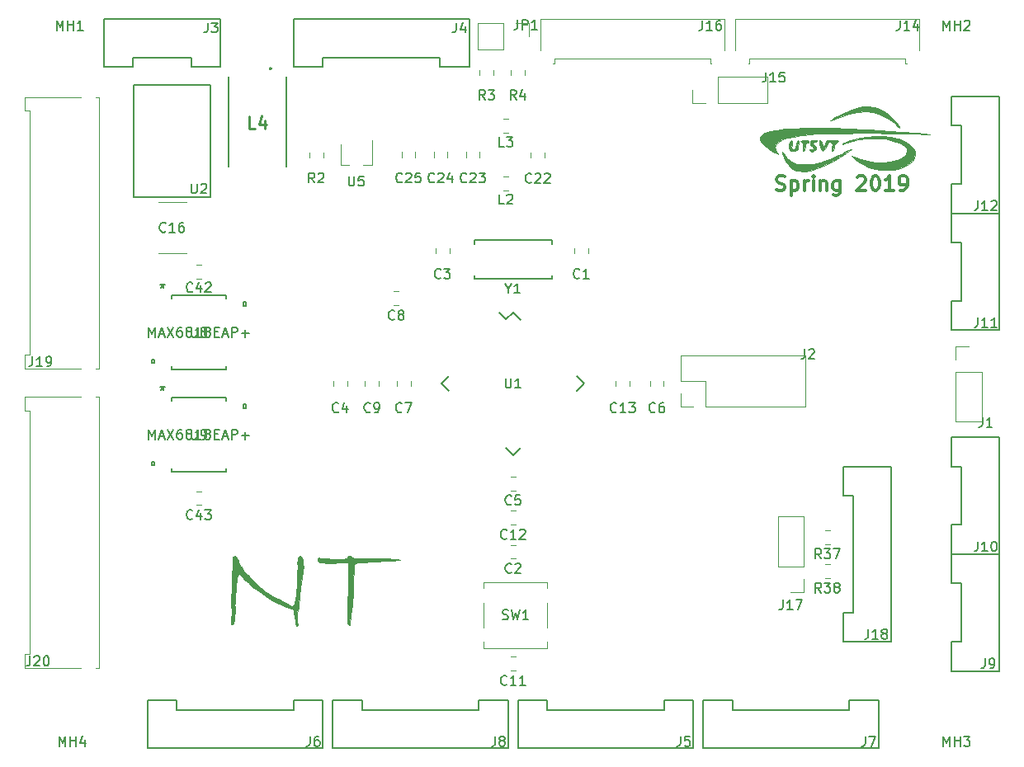
<source format=gbr>
G04 #@! TF.GenerationSoftware,KiCad,Pcbnew,(5.0.2)-1*
G04 #@! TF.CreationDate,2019-03-21T15:49:39-05:00*
G04 #@! TF.ProjectId,noname,6e6f6e61-6d65-42e6-9b69-6361645f7063,rev?*
G04 #@! TF.SameCoordinates,Original*
G04 #@! TF.FileFunction,Legend,Top*
G04 #@! TF.FilePolarity,Positive*
%FSLAX46Y46*%
G04 Gerber Fmt 4.6, Leading zero omitted, Abs format (unit mm)*
G04 Created by KiCad (PCBNEW (5.0.2)-1) date 3/21/2019 3:49:39 PM*
%MOMM*%
%LPD*%
G01*
G04 APERTURE LIST*
%ADD10C,0.300000*%
%ADD11C,0.120000*%
%ADD12C,0.150000*%
%ADD13C,0.200000*%
%ADD14C,0.254000*%
%ADD15C,0.152400*%
%ADD16C,0.010000*%
G04 APERTURE END LIST*
D10*
X179535714Y-87607142D02*
X179750000Y-87678571D01*
X180107142Y-87678571D01*
X180250000Y-87607142D01*
X180321428Y-87535714D01*
X180392857Y-87392857D01*
X180392857Y-87250000D01*
X180321428Y-87107142D01*
X180250000Y-87035714D01*
X180107142Y-86964285D01*
X179821428Y-86892857D01*
X179678571Y-86821428D01*
X179607142Y-86750000D01*
X179535714Y-86607142D01*
X179535714Y-86464285D01*
X179607142Y-86321428D01*
X179678571Y-86250000D01*
X179821428Y-86178571D01*
X180178571Y-86178571D01*
X180392857Y-86250000D01*
X181035714Y-86678571D02*
X181035714Y-88178571D01*
X181035714Y-86750000D02*
X181178571Y-86678571D01*
X181464285Y-86678571D01*
X181607142Y-86750000D01*
X181678571Y-86821428D01*
X181750000Y-86964285D01*
X181750000Y-87392857D01*
X181678571Y-87535714D01*
X181607142Y-87607142D01*
X181464285Y-87678571D01*
X181178571Y-87678571D01*
X181035714Y-87607142D01*
X182392857Y-87678571D02*
X182392857Y-86678571D01*
X182392857Y-86964285D02*
X182464285Y-86821428D01*
X182535714Y-86750000D01*
X182678571Y-86678571D01*
X182821428Y-86678571D01*
X183321428Y-87678571D02*
X183321428Y-86678571D01*
X183321428Y-86178571D02*
X183250000Y-86250000D01*
X183321428Y-86321428D01*
X183392857Y-86250000D01*
X183321428Y-86178571D01*
X183321428Y-86321428D01*
X184035714Y-86678571D02*
X184035714Y-87678571D01*
X184035714Y-86821428D02*
X184107142Y-86750000D01*
X184250000Y-86678571D01*
X184464285Y-86678571D01*
X184607142Y-86750000D01*
X184678571Y-86892857D01*
X184678571Y-87678571D01*
X186035714Y-86678571D02*
X186035714Y-87892857D01*
X185964285Y-88035714D01*
X185892857Y-88107142D01*
X185750000Y-88178571D01*
X185535714Y-88178571D01*
X185392857Y-88107142D01*
X186035714Y-87607142D02*
X185892857Y-87678571D01*
X185607142Y-87678571D01*
X185464285Y-87607142D01*
X185392857Y-87535714D01*
X185321428Y-87392857D01*
X185321428Y-86964285D01*
X185392857Y-86821428D01*
X185464285Y-86750000D01*
X185607142Y-86678571D01*
X185892857Y-86678571D01*
X186035714Y-86750000D01*
X187821428Y-86321428D02*
X187892857Y-86250000D01*
X188035714Y-86178571D01*
X188392857Y-86178571D01*
X188535714Y-86250000D01*
X188607142Y-86321428D01*
X188678571Y-86464285D01*
X188678571Y-86607142D01*
X188607142Y-86821428D01*
X187750000Y-87678571D01*
X188678571Y-87678571D01*
X189607142Y-86178571D02*
X189750000Y-86178571D01*
X189892857Y-86250000D01*
X189964285Y-86321428D01*
X190035714Y-86464285D01*
X190107142Y-86750000D01*
X190107142Y-87107142D01*
X190035714Y-87392857D01*
X189964285Y-87535714D01*
X189892857Y-87607142D01*
X189750000Y-87678571D01*
X189607142Y-87678571D01*
X189464285Y-87607142D01*
X189392857Y-87535714D01*
X189321428Y-87392857D01*
X189250000Y-87107142D01*
X189250000Y-86750000D01*
X189321428Y-86464285D01*
X189392857Y-86321428D01*
X189464285Y-86250000D01*
X189607142Y-86178571D01*
X191535714Y-87678571D02*
X190678571Y-87678571D01*
X191107142Y-87678571D02*
X191107142Y-86178571D01*
X190964285Y-86392857D01*
X190821428Y-86535714D01*
X190678571Y-86607142D01*
X192250000Y-87678571D02*
X192535714Y-87678571D01*
X192678571Y-87607142D01*
X192750000Y-87535714D01*
X192892857Y-87321428D01*
X192964285Y-87035714D01*
X192964285Y-86464285D01*
X192892857Y-86321428D01*
X192821428Y-86250000D01*
X192678571Y-86178571D01*
X192392857Y-86178571D01*
X192250000Y-86250000D01*
X192178571Y-86321428D01*
X192107142Y-86464285D01*
X192107142Y-86821428D01*
X192178571Y-86964285D01*
X192250000Y-87035714D01*
X192392857Y-87107142D01*
X192678571Y-87107142D01*
X192821428Y-87035714D01*
X192892857Y-86964285D01*
X192964285Y-86821428D01*
D11*
G04 #@! TO.C,C1*
X160210000Y-94071078D02*
X160210000Y-93553922D01*
X158790000Y-94071078D02*
X158790000Y-93553922D01*
G04 #@! TO.C,C2*
X152241422Y-124040000D02*
X152758578Y-124040000D01*
X152241422Y-125460000D02*
X152758578Y-125460000D01*
G04 #@! TO.C,C3*
X144540000Y-94071078D02*
X144540000Y-93553922D01*
X145960000Y-94071078D02*
X145960000Y-93553922D01*
G04 #@! TO.C,C4*
X135460000Y-107758578D02*
X135460000Y-107241422D01*
X134040000Y-107758578D02*
X134040000Y-107241422D01*
G04 #@! TO.C,C5*
X152241422Y-117040000D02*
X152758578Y-117040000D01*
X152241422Y-118460000D02*
X152758578Y-118460000D01*
G04 #@! TO.C,C6*
X166540000Y-107241422D02*
X166540000Y-107758578D01*
X167960000Y-107241422D02*
X167960000Y-107758578D01*
G04 #@! TO.C,C7*
X142007404Y-107226326D02*
X142007404Y-107743482D01*
X140587404Y-107226326D02*
X140587404Y-107743482D01*
G04 #@! TO.C,C8*
X140758578Y-99460000D02*
X140241422Y-99460000D01*
X140758578Y-98040000D02*
X140241422Y-98040000D01*
G04 #@! TO.C,C9*
X137290000Y-107226326D02*
X137290000Y-107743482D01*
X138710000Y-107226326D02*
X138710000Y-107743482D01*
G04 #@! TO.C,C11*
X152241422Y-136960000D02*
X152758578Y-136960000D01*
X152241422Y-135540000D02*
X152758578Y-135540000D01*
G04 #@! TO.C,C12*
X152241422Y-120540000D02*
X152758578Y-120540000D01*
X152241422Y-121960000D02*
X152758578Y-121960000D01*
G04 #@! TO.C,C13*
X163040000Y-107241422D02*
X163040000Y-107758578D01*
X164460000Y-107241422D02*
X164460000Y-107758578D01*
G04 #@! TO.C,C16*
X118965748Y-94110000D02*
X116134252Y-94110000D01*
X118965748Y-88890000D02*
X116134252Y-88890000D01*
G04 #@! TO.C,C22*
X154315000Y-84258578D02*
X154315000Y-83741422D01*
X155735000Y-84258578D02*
X155735000Y-83741422D01*
G04 #@! TO.C,C23*
X149074950Y-84247440D02*
X149074950Y-83730284D01*
X147654950Y-84247440D02*
X147654950Y-83730284D01*
G04 #@! TO.C,C24*
X144354950Y-84247440D02*
X144354950Y-83730284D01*
X145774950Y-84247440D02*
X145774950Y-83730284D01*
G04 #@! TO.C,C25*
X142474950Y-84247440D02*
X142474950Y-83730284D01*
X141054950Y-84247440D02*
X141054950Y-83730284D01*
G04 #@! TO.C,C42*
X120508578Y-95290000D02*
X119991422Y-95290000D01*
X120508578Y-96710000D02*
X119991422Y-96710000D01*
G04 #@! TO.C,C43*
X119991422Y-119960000D02*
X120508578Y-119960000D01*
X119991422Y-118540000D02*
X120508578Y-118540000D01*
G04 #@! TO.C,J1*
X197920000Y-111410000D02*
X200580000Y-111410000D01*
X197920000Y-106270000D02*
X197920000Y-111410000D01*
X200580000Y-106270000D02*
X200580000Y-111410000D01*
X197920000Y-106270000D02*
X200580000Y-106270000D01*
X197920000Y-105000000D02*
X197920000Y-103670000D01*
X197920000Y-103670000D02*
X199250000Y-103670000D01*
G04 #@! TO.C,J2*
X182490000Y-109830000D02*
X182490000Y-104630000D01*
X172270000Y-109830000D02*
X182490000Y-109830000D01*
X169670000Y-104630000D02*
X182490000Y-104630000D01*
X172270000Y-109830000D02*
X172270000Y-107230000D01*
X172270000Y-107230000D02*
X169670000Y-107230000D01*
X169670000Y-107230000D02*
X169670000Y-104630000D01*
X171000000Y-109830000D02*
X169670000Y-109830000D01*
X169670000Y-109830000D02*
X169670000Y-108500000D01*
D12*
G04 #@! TO.C,J3*
X122500000Y-75000000D02*
X119500000Y-75000000D01*
X119500000Y-75000000D02*
X119500000Y-74000000D01*
X119500000Y-74000000D02*
X113500000Y-74000000D01*
X113500000Y-74000000D02*
X113500000Y-75000000D01*
X113500000Y-75000000D02*
X110500000Y-75000000D01*
X110500000Y-75000000D02*
X110500000Y-70100000D01*
X110500000Y-70100000D02*
X122500000Y-70100000D01*
X122500000Y-70100000D02*
X122500000Y-75000000D01*
G04 #@! TO.C,J4*
X148000000Y-70100000D02*
X148000000Y-75000000D01*
X130000000Y-70100000D02*
X148000000Y-70100000D01*
X130000000Y-75000000D02*
X130000000Y-70100000D01*
X133000000Y-75000000D02*
X130000000Y-75000000D01*
X133000000Y-74000000D02*
X133000000Y-75000000D01*
X145000000Y-74000000D02*
X133000000Y-74000000D01*
X145000000Y-75000000D02*
X145000000Y-74000000D01*
X148000000Y-75000000D02*
X145000000Y-75000000D01*
G04 #@! TO.C,J5*
X153000000Y-140000000D02*
X156000000Y-140000000D01*
X156000000Y-140000000D02*
X156000000Y-141000000D01*
X156000000Y-141000000D02*
X168000000Y-141000000D01*
X168000000Y-141000000D02*
X168000000Y-140000000D01*
X168000000Y-140000000D02*
X171000000Y-140000000D01*
X171000000Y-140000000D02*
X171000000Y-144900000D01*
X171000000Y-144900000D02*
X153000000Y-144900000D01*
X153000000Y-144900000D02*
X153000000Y-140000000D01*
G04 #@! TO.C,J6*
X115000000Y-140000000D02*
X118000000Y-140000000D01*
X118000000Y-140000000D02*
X118000000Y-141000000D01*
X118000000Y-141000000D02*
X130000000Y-141000000D01*
X130000000Y-141000000D02*
X130000000Y-140000000D01*
X130000000Y-140000000D02*
X133000000Y-140000000D01*
X133000000Y-140000000D02*
X133000000Y-144900000D01*
X133000000Y-144900000D02*
X115000000Y-144900000D01*
X115000000Y-144900000D02*
X115000000Y-140000000D01*
G04 #@! TO.C,J7*
X172000000Y-144900000D02*
X172000000Y-140000000D01*
X190000000Y-144900000D02*
X172000000Y-144900000D01*
X190000000Y-140000000D02*
X190000000Y-144900000D01*
X187000000Y-140000000D02*
X190000000Y-140000000D01*
X187000000Y-141000000D02*
X187000000Y-140000000D01*
X175000000Y-141000000D02*
X187000000Y-141000000D01*
X175000000Y-140000000D02*
X175000000Y-141000000D01*
X172000000Y-140000000D02*
X175000000Y-140000000D01*
G04 #@! TO.C,J8*
X134000000Y-140000000D02*
X137000000Y-140000000D01*
X137000000Y-140000000D02*
X137000000Y-141000000D01*
X137000000Y-141000000D02*
X149000000Y-141000000D01*
X149000000Y-141000000D02*
X149000000Y-140000000D01*
X149000000Y-140000000D02*
X152000000Y-140000000D01*
X152000000Y-140000000D02*
X152000000Y-144900000D01*
X152000000Y-144900000D02*
X134000000Y-144900000D01*
X134000000Y-144900000D02*
X134000000Y-140000000D01*
G04 #@! TO.C,J9*
X197500000Y-137000000D02*
X197500000Y-134000000D01*
X197500000Y-134000000D02*
X198500000Y-134000000D01*
X198500000Y-134000000D02*
X198500000Y-128000000D01*
X198500000Y-128000000D02*
X197500000Y-128000000D01*
X197500000Y-128000000D02*
X197500000Y-125000000D01*
X197500000Y-125000000D02*
X202400000Y-125000000D01*
X202400000Y-125000000D02*
X202400000Y-137000000D01*
X202400000Y-137000000D02*
X197500000Y-137000000D01*
G04 #@! TO.C,J10*
X202400000Y-125000000D02*
X197500000Y-125000000D01*
X202400000Y-113000000D02*
X202400000Y-125000000D01*
X197500000Y-113000000D02*
X202400000Y-113000000D01*
X197500000Y-116000000D02*
X197500000Y-113000000D01*
X198500000Y-116000000D02*
X197500000Y-116000000D01*
X198500000Y-122000000D02*
X198500000Y-116000000D01*
X197500000Y-122000000D02*
X198500000Y-122000000D01*
X197500000Y-125000000D02*
X197500000Y-122000000D01*
G04 #@! TO.C,J11*
X197500000Y-102000000D02*
X197500000Y-99000000D01*
X197500000Y-99000000D02*
X198500000Y-99000000D01*
X198500000Y-99000000D02*
X198500000Y-93000000D01*
X198500000Y-93000000D02*
X197500000Y-93000000D01*
X197500000Y-93000000D02*
X197500000Y-90000000D01*
X197500000Y-90000000D02*
X202400000Y-90000000D01*
X202400000Y-90000000D02*
X202400000Y-102000000D01*
X202400000Y-102000000D02*
X197500000Y-102000000D01*
G04 #@! TO.C,J12*
X202400000Y-90000000D02*
X197500000Y-90000000D01*
X202400000Y-78000000D02*
X202400000Y-90000000D01*
X197500000Y-78000000D02*
X202400000Y-78000000D01*
X197500000Y-81000000D02*
X197500000Y-78000000D01*
X198500000Y-81000000D02*
X197500000Y-81000000D01*
X198500000Y-87000000D02*
X198500000Y-81000000D01*
X197500000Y-87000000D02*
X198500000Y-87000000D01*
X197500000Y-90000000D02*
X197500000Y-87000000D01*
D11*
G04 #@! TO.C,J14*
X176736314Y-74634863D02*
X176621314Y-74634863D01*
X176736314Y-74134863D02*
X176736314Y-74634863D01*
X192766314Y-74134863D02*
X176736314Y-74134863D01*
X192766314Y-74634863D02*
X192766314Y-74134863D01*
X192881314Y-74634863D02*
X192766314Y-74634863D01*
X175316314Y-70044863D02*
X175316314Y-73254863D01*
X194186314Y-70044863D02*
X175316314Y-70044863D01*
X194186314Y-73254863D02*
X194186314Y-70044863D01*
G04 #@! TO.C,J15*
X178620000Y-78655000D02*
X178620000Y-75995000D01*
X173480000Y-78655000D02*
X178620000Y-78655000D01*
X173480000Y-75995000D02*
X178620000Y-75995000D01*
X173480000Y-78655000D02*
X173480000Y-75995000D01*
X172210000Y-78655000D02*
X170880000Y-78655000D01*
X170880000Y-78655000D02*
X170880000Y-77325000D01*
G04 #@! TO.C,J16*
X174186314Y-73254863D02*
X174186314Y-70044863D01*
X174186314Y-70044863D02*
X155316314Y-70044863D01*
X155316314Y-70044863D02*
X155316314Y-73254863D01*
X172881314Y-74634863D02*
X172766314Y-74634863D01*
X172766314Y-74634863D02*
X172766314Y-74134863D01*
X172766314Y-74134863D02*
X156736314Y-74134863D01*
X156736314Y-74134863D02*
X156736314Y-74634863D01*
X156736314Y-74634863D02*
X156621314Y-74634863D01*
G04 #@! TO.C,J17*
X182330000Y-128870000D02*
X181000000Y-128870000D01*
X182330000Y-127540000D02*
X182330000Y-128870000D01*
X182330000Y-126270000D02*
X179670000Y-126270000D01*
X179670000Y-126270000D02*
X179670000Y-121130000D01*
X182330000Y-126270000D02*
X182330000Y-121130000D01*
X182330000Y-121130000D02*
X179670000Y-121130000D01*
D12*
G04 #@! TO.C,J18*
X191268753Y-133996423D02*
X186368753Y-133996423D01*
X191268753Y-115996423D02*
X191268753Y-133996423D01*
X186368753Y-115996423D02*
X191268753Y-115996423D01*
X186368753Y-118996423D02*
X186368753Y-115996423D01*
X187368753Y-118996423D02*
X186368753Y-118996423D01*
X187368753Y-130996423D02*
X187368753Y-118996423D01*
X186368753Y-130996423D02*
X187368753Y-130996423D01*
X186368753Y-133996423D02*
X186368753Y-130996423D01*
D11*
G04 #@! TO.C,J19*
X109700000Y-105935000D02*
X110010000Y-105935000D01*
X110010000Y-105935000D02*
X110010000Y-78065000D01*
X110010000Y-78065000D02*
X109700000Y-78065000D01*
X108180000Y-105935000D02*
X102420000Y-105935000D01*
X102420000Y-105935000D02*
X102420000Y-104515000D01*
X102420000Y-104515000D02*
X102920000Y-104515000D01*
X102920000Y-104515000D02*
X102920000Y-79485000D01*
X102920000Y-79485000D02*
X102420000Y-79485000D01*
X102420000Y-79485000D02*
X102420000Y-78065000D01*
X102420000Y-78065000D02*
X108180000Y-78065000D01*
G04 #@! TO.C,J20*
X102420000Y-108815000D02*
X108180000Y-108815000D01*
X102420000Y-110235000D02*
X102420000Y-108815000D01*
X102920000Y-110235000D02*
X102420000Y-110235000D01*
X102920000Y-135265000D02*
X102920000Y-110235000D01*
X102420000Y-135265000D02*
X102920000Y-135265000D01*
X102420000Y-136685000D02*
X102420000Y-135265000D01*
X108180000Y-136685000D02*
X102420000Y-136685000D01*
X110010000Y-108815000D02*
X109700000Y-108815000D01*
X110010000Y-136685000D02*
X110010000Y-108815000D01*
X109700000Y-136685000D02*
X110010000Y-136685000D01*
G04 #@! TO.C,JP1*
X148909096Y-70500750D02*
X148909096Y-73160750D01*
X151509096Y-70500750D02*
X148909096Y-70500750D01*
X151509096Y-73160750D02*
X148909096Y-73160750D01*
X151509096Y-70500750D02*
X151509096Y-73160750D01*
X152779096Y-70500750D02*
X154109096Y-70500750D01*
X154109096Y-70500750D02*
X154109096Y-71830750D01*
G04 #@! TO.C,L2*
X151506372Y-87661362D02*
X152023528Y-87661362D01*
X151506372Y-86241362D02*
X152023528Y-86241362D01*
G04 #@! TO.C,L3*
X151506372Y-80341362D02*
X152023528Y-80341362D01*
X151506372Y-81761362D02*
X152023528Y-81761362D01*
D13*
G04 #@! TO.C,L4*
X129270000Y-76025000D02*
X129270000Y-85225000D01*
X123270000Y-85225000D02*
X123270000Y-76025000D01*
D14*
X127714000Y-75139000D02*
G75*
G03X127714000Y-75139000I-91000J0D01*
G01*
D11*
G04 #@! TO.C,R2*
X133010000Y-84258578D02*
X133010000Y-83741422D01*
X131590000Y-84258578D02*
X131590000Y-83741422D01*
G04 #@! TO.C,R3*
X150500385Y-75266775D02*
X150500385Y-75783931D01*
X149080385Y-75266775D02*
X149080385Y-75783931D01*
G04 #@! TO.C,R4*
X153700385Y-75266775D02*
X153700385Y-75783931D01*
X152280385Y-75266775D02*
X152280385Y-75783931D01*
G04 #@! TO.C,R37*
X184491422Y-123960000D02*
X185008578Y-123960000D01*
X184491422Y-122540000D02*
X185008578Y-122540000D01*
G04 #@! TO.C,R38*
X184491422Y-126040000D02*
X185008578Y-126040000D01*
X184491422Y-127460000D02*
X185008578Y-127460000D01*
G04 #@! TO.C,SW1*
X156000000Y-134000000D02*
X156000000Y-134650000D01*
X156000000Y-134650000D02*
X149500000Y-134650000D01*
X149500000Y-134650000D02*
X149500000Y-134000000D01*
X156000000Y-128500000D02*
X156000000Y-127850000D01*
X156000000Y-127850000D02*
X149500000Y-127850000D01*
X149500000Y-127850000D02*
X149500000Y-128500000D01*
X156000000Y-130000000D02*
X156000000Y-132500000D01*
X149500000Y-130000000D02*
X149500000Y-132500000D01*
D12*
G04 #@! TO.C,U1*
X152500000Y-100181445D02*
X151792893Y-100888552D01*
X159818555Y-107500000D02*
X159058415Y-108260140D01*
X152500000Y-114818555D02*
X153260140Y-114058415D01*
X145181445Y-107500000D02*
X145941585Y-106739860D01*
X152500000Y-100181445D02*
X153260140Y-100941585D01*
X145181445Y-107500000D02*
X145941585Y-108260140D01*
X152500000Y-114818555D02*
X151739860Y-114058415D01*
X159818555Y-107500000D02*
X159058415Y-106739860D01*
X151792893Y-100888552D02*
X151068109Y-100163767D01*
G04 #@! TO.C,U2*
X121460000Y-76810000D02*
X121460000Y-88310000D01*
X121460000Y-88310000D02*
X113600000Y-88310000D01*
X113600000Y-88310000D02*
X113600000Y-76810000D01*
X113600000Y-76810000D02*
X121460000Y-76810000D01*
D11*
G04 #@! TO.C,U5*
X138010000Y-85075000D02*
X137100000Y-85075000D01*
X135700000Y-85075000D02*
X134790000Y-85075000D01*
X138010000Y-82500000D02*
X138010000Y-85075000D01*
X134790000Y-82925000D02*
X134790000Y-85075000D01*
D15*
G04 #@! TO.C,U8*
X117430600Y-106047300D02*
X123069400Y-106047300D01*
X123069400Y-106047300D02*
X123069400Y-105723641D01*
X123069400Y-98452700D02*
X117430600Y-98452700D01*
X117430600Y-98452700D02*
X117430600Y-98776359D01*
X117430600Y-105723638D02*
X117430600Y-106047300D01*
X123069400Y-98776362D02*
X123069400Y-98452700D01*
X115436700Y-104984498D02*
X115436700Y-105365498D01*
X115436700Y-105365498D02*
X115690700Y-105365498D01*
X115690700Y-105365498D02*
X115690700Y-104984498D01*
X115690700Y-104984498D02*
X115436700Y-104984498D01*
X125063300Y-99134502D02*
X125063300Y-99515502D01*
X125063300Y-99515502D02*
X124809300Y-99515502D01*
X124809300Y-99515502D02*
X124809300Y-99134502D01*
X124809300Y-99134502D02*
X125063300Y-99134502D01*
G04 #@! TO.C,U9*
X124809300Y-109634502D02*
X125063300Y-109634502D01*
X124809300Y-110015502D02*
X124809300Y-109634502D01*
X125063300Y-110015502D02*
X124809300Y-110015502D01*
X125063300Y-109634502D02*
X125063300Y-110015502D01*
X115690700Y-115484498D02*
X115436700Y-115484498D01*
X115690700Y-115865498D02*
X115690700Y-115484498D01*
X115436700Y-115865498D02*
X115690700Y-115865498D01*
X115436700Y-115484498D02*
X115436700Y-115865498D01*
X123069400Y-109276362D02*
X123069400Y-108952700D01*
X117430600Y-116223638D02*
X117430600Y-116547300D01*
X117430600Y-108952700D02*
X117430600Y-109276359D01*
X123069400Y-108952700D02*
X117430600Y-108952700D01*
X123069400Y-116547300D02*
X123069400Y-116223641D01*
X117430600Y-116547300D02*
X123069400Y-116547300D01*
D12*
G04 #@! TO.C,Y1*
X156500000Y-96750000D02*
X148500000Y-96750000D01*
X156500000Y-92750000D02*
X148500000Y-92750000D01*
X156500000Y-92750000D02*
X156500000Y-93150000D01*
X148500000Y-92750000D02*
X148500000Y-93150000D01*
X148500000Y-96750000D02*
X148500000Y-96350000D01*
X156500000Y-96750000D02*
X156500000Y-96350000D01*
D16*
G04 #@! TO.C,G\002A\002A\002A*
G36*
X189525022Y-79117039D02*
X189832668Y-79199318D01*
X190459242Y-79473482D01*
X191063510Y-79893275D01*
X191612345Y-80435341D01*
X191651770Y-80481975D01*
X191864432Y-80747321D01*
X192034812Y-80979225D01*
X192142543Y-81147853D01*
X192167260Y-81223370D01*
X192158479Y-81224302D01*
X192087298Y-81170987D01*
X191918916Y-81034039D01*
X191685169Y-80839479D01*
X191599559Y-80767442D01*
X190887133Y-80238873D01*
X190169895Y-79858433D01*
X189433426Y-79624838D01*
X188663309Y-79536807D01*
X187845127Y-79593057D01*
X186964463Y-79792308D01*
X186006897Y-80133276D01*
X185740314Y-80246400D01*
X185371517Y-80401373D01*
X185146415Y-80482557D01*
X185058855Y-80495023D01*
X185102683Y-80443842D01*
X185271746Y-80334085D01*
X185559890Y-80170824D01*
X185960962Y-79959130D01*
X186292334Y-79791458D01*
X187071464Y-79434603D01*
X187757658Y-79193189D01*
X188377555Y-79062760D01*
X188957797Y-79038863D01*
X189525022Y-79117039D01*
X189525022Y-79117039D01*
G37*
X189525022Y-79117039D02*
X189832668Y-79199318D01*
X190459242Y-79473482D01*
X191063510Y-79893275D01*
X191612345Y-80435341D01*
X191651770Y-80481975D01*
X191864432Y-80747321D01*
X192034812Y-80979225D01*
X192142543Y-81147853D01*
X192167260Y-81223370D01*
X192158479Y-81224302D01*
X192087298Y-81170987D01*
X191918916Y-81034039D01*
X191685169Y-80839479D01*
X191599559Y-80767442D01*
X190887133Y-80238873D01*
X190169895Y-79858433D01*
X189433426Y-79624838D01*
X188663309Y-79536807D01*
X187845127Y-79593057D01*
X186964463Y-79792308D01*
X186006897Y-80133276D01*
X185740314Y-80246400D01*
X185371517Y-80401373D01*
X185146415Y-80482557D01*
X185058855Y-80495023D01*
X185102683Y-80443842D01*
X185271746Y-80334085D01*
X185559890Y-80170824D01*
X185960962Y-79959130D01*
X186292334Y-79791458D01*
X187071464Y-79434603D01*
X187757658Y-79193189D01*
X188377555Y-79062760D01*
X188957797Y-79038863D01*
X189525022Y-79117039D01*
G36*
X185638000Y-82508171D02*
X185828544Y-82535224D01*
X185892975Y-82584973D01*
X185890591Y-82605834D01*
X185787889Y-82701847D01*
X185671868Y-82738722D01*
X185528364Y-82810816D01*
X185486844Y-82992722D01*
X185457513Y-83307587D01*
X185381073Y-83521292D01*
X185269432Y-83600663D01*
X185268575Y-83600667D01*
X185208213Y-83575620D01*
X185186959Y-83480418D01*
X185205037Y-83284973D01*
X185262673Y-82959193D01*
X185273775Y-82902167D01*
X185241544Y-82777742D01*
X185148463Y-82754000D01*
X185002358Y-82708815D01*
X184962284Y-82658517D01*
X184911169Y-82678527D01*
X184806145Y-82820276D01*
X184668902Y-83053984D01*
X184653930Y-83081851D01*
X184500318Y-83340806D01*
X184360268Y-83526760D01*
X184263380Y-83600593D01*
X184261376Y-83600667D01*
X184171830Y-83523915D01*
X184071428Y-83319296D01*
X184012341Y-83143136D01*
X183923659Y-82820851D01*
X183888360Y-82627502D01*
X183906067Y-82531449D01*
X183976406Y-82501054D01*
X184004720Y-82500000D01*
X184111642Y-82572943D01*
X184181125Y-82732834D01*
X184247921Y-83002998D01*
X184307097Y-83114036D01*
X184378480Y-83073914D01*
X184481897Y-82890599D01*
X184497167Y-82859834D01*
X184674694Y-82500000D01*
X185300069Y-82500000D01*
X185638000Y-82508171D01*
X185638000Y-82508171D01*
G37*
X185638000Y-82508171D02*
X185828544Y-82535224D01*
X185892975Y-82584973D01*
X185890591Y-82605834D01*
X185787889Y-82701847D01*
X185671868Y-82738722D01*
X185528364Y-82810816D01*
X185486844Y-82992722D01*
X185457513Y-83307587D01*
X185381073Y-83521292D01*
X185269432Y-83600663D01*
X185268575Y-83600667D01*
X185208213Y-83575620D01*
X185186959Y-83480418D01*
X185205037Y-83284973D01*
X185262673Y-82959193D01*
X185273775Y-82902167D01*
X185241544Y-82777742D01*
X185148463Y-82754000D01*
X185002358Y-82708815D01*
X184962284Y-82658517D01*
X184911169Y-82678527D01*
X184806145Y-82820276D01*
X184668902Y-83053984D01*
X184653930Y-83081851D01*
X184500318Y-83340806D01*
X184360268Y-83526760D01*
X184263380Y-83600593D01*
X184261376Y-83600667D01*
X184171830Y-83523915D01*
X184071428Y-83319296D01*
X184012341Y-83143136D01*
X183923659Y-82820851D01*
X183888360Y-82627502D01*
X183906067Y-82531449D01*
X183976406Y-82501054D01*
X184004720Y-82500000D01*
X184111642Y-82572943D01*
X184181125Y-82732834D01*
X184247921Y-83002998D01*
X184307097Y-83114036D01*
X184378480Y-83073914D01*
X184481897Y-82890599D01*
X184497167Y-82859834D01*
X184674694Y-82500000D01*
X185300069Y-82500000D01*
X185638000Y-82508171D01*
G36*
X182706219Y-82513596D02*
X182836244Y-82560668D01*
X182863334Y-82627000D01*
X182793050Y-82730509D01*
X182696916Y-82754000D01*
X182591195Y-82785175D01*
X182524996Y-82904676D01*
X182477834Y-83151465D01*
X182474342Y-83177334D01*
X182414866Y-83463175D01*
X182331182Y-83591210D01*
X182294148Y-83600667D01*
X182223253Y-83568698D01*
X182202093Y-83448218D01*
X182224936Y-83202366D01*
X182228334Y-83177334D01*
X182254950Y-82923201D01*
X182239181Y-82795507D01*
X182173926Y-82755076D01*
X182151612Y-82754000D01*
X182034343Y-82689644D01*
X182016667Y-82627000D01*
X182061986Y-82547135D01*
X182218894Y-82508127D01*
X182440000Y-82500000D01*
X182706219Y-82513596D01*
X182706219Y-82513596D01*
G37*
X182706219Y-82513596D02*
X182836244Y-82560668D01*
X182863334Y-82627000D01*
X182793050Y-82730509D01*
X182696916Y-82754000D01*
X182591195Y-82785175D01*
X182524996Y-82904676D01*
X182477834Y-83151465D01*
X182474342Y-83177334D01*
X182414866Y-83463175D01*
X182331182Y-83591210D01*
X182294148Y-83600667D01*
X182223253Y-83568698D01*
X182202093Y-83448218D01*
X182224936Y-83202366D01*
X182228334Y-83177334D01*
X182254950Y-82923201D01*
X182239181Y-82795507D01*
X182173926Y-82755076D01*
X182151612Y-82754000D01*
X182034343Y-82689644D01*
X182016667Y-82627000D01*
X182061986Y-82547135D01*
X182218894Y-82508127D01*
X182440000Y-82500000D01*
X182706219Y-82513596D01*
G36*
X183667135Y-82543696D02*
X183688412Y-82605834D01*
X183585971Y-82688619D01*
X183456000Y-82711667D01*
X183273919Y-82751982D01*
X183239271Y-82848427D01*
X183357901Y-82964247D01*
X183411474Y-82991596D01*
X183585609Y-83139319D01*
X183610343Y-83328490D01*
X183483769Y-83517372D01*
X183437161Y-83553533D01*
X183226083Y-83667544D01*
X183054919Y-83659270D01*
X182958320Y-83608836D01*
X182877683Y-83507447D01*
X182932926Y-83427410D01*
X183090992Y-83401665D01*
X183157646Y-83410225D01*
X183325718Y-83400631D01*
X183371882Y-83315169D01*
X183292230Y-83199420D01*
X183181328Y-83133910D01*
X183005049Y-82984940D01*
X182962433Y-82784311D01*
X183036042Y-82622933D01*
X183164838Y-82544772D01*
X183351927Y-82504491D01*
X183538847Y-82503621D01*
X183667135Y-82543696D01*
X183667135Y-82543696D01*
G37*
X183667135Y-82543696D02*
X183688412Y-82605834D01*
X183585971Y-82688619D01*
X183456000Y-82711667D01*
X183273919Y-82751982D01*
X183239271Y-82848427D01*
X183357901Y-82964247D01*
X183411474Y-82991596D01*
X183585609Y-83139319D01*
X183610343Y-83328490D01*
X183483769Y-83517372D01*
X183437161Y-83553533D01*
X183226083Y-83667544D01*
X183054919Y-83659270D01*
X182958320Y-83608836D01*
X182877683Y-83507447D01*
X182932926Y-83427410D01*
X183090992Y-83401665D01*
X183157646Y-83410225D01*
X183325718Y-83400631D01*
X183371882Y-83315169D01*
X183292230Y-83199420D01*
X183181328Y-83133910D01*
X183005049Y-82984940D01*
X182962433Y-82784311D01*
X183036042Y-82622933D01*
X183164838Y-82544772D01*
X183351927Y-82504491D01*
X183538847Y-82503621D01*
X183667135Y-82543696D01*
G36*
X181828617Y-82569315D02*
X181845314Y-82648167D01*
X181821556Y-82862794D01*
X181766406Y-83122471D01*
X181697108Y-83360123D01*
X181630907Y-83508676D01*
X181621082Y-83520361D01*
X181431009Y-83615001D01*
X181182331Y-83643677D01*
X180979500Y-83595932D01*
X180880859Y-83460585D01*
X180830401Y-83236812D01*
X180825347Y-82976811D01*
X180862919Y-82732782D01*
X180940335Y-82556923D01*
X181037858Y-82500000D01*
X181097526Y-82558109D01*
X181114710Y-82746093D01*
X181102373Y-82973009D01*
X181084174Y-83240789D01*
X181096265Y-83378448D01*
X181152683Y-83424415D01*
X181264740Y-83417509D01*
X181388993Y-83375283D01*
X181467221Y-83263762D01*
X181524798Y-83039613D01*
X181541741Y-82944500D01*
X181611395Y-82658155D01*
X181695765Y-82513690D01*
X181732241Y-82500000D01*
X181828617Y-82569315D01*
X181828617Y-82569315D01*
G37*
X181828617Y-82569315D02*
X181845314Y-82648167D01*
X181821556Y-82862794D01*
X181766406Y-83122471D01*
X181697108Y-83360123D01*
X181630907Y-83508676D01*
X181621082Y-83520361D01*
X181431009Y-83615001D01*
X181182331Y-83643677D01*
X180979500Y-83595932D01*
X180880859Y-83460585D01*
X180830401Y-83236812D01*
X180825347Y-82976811D01*
X180862919Y-82732782D01*
X180940335Y-82556923D01*
X181037858Y-82500000D01*
X181097526Y-82558109D01*
X181114710Y-82746093D01*
X181102373Y-82973009D01*
X181084174Y-83240789D01*
X181096265Y-83378448D01*
X181152683Y-83424415D01*
X181264740Y-83417509D01*
X181388993Y-83375283D01*
X181467221Y-83263762D01*
X181524798Y-83039613D01*
X181541741Y-82944500D01*
X181611395Y-82658155D01*
X181695765Y-82513690D01*
X181732241Y-82500000D01*
X181828617Y-82569315D01*
G36*
X185253943Y-81255662D02*
X186868301Y-81309837D01*
X188636221Y-81395813D01*
X190556529Y-81513673D01*
X190822000Y-81531663D01*
X191474946Y-81577680D01*
X192165556Y-81628602D01*
X192843333Y-81680553D01*
X193457778Y-81729655D01*
X193958393Y-81772030D01*
X193997000Y-81775458D01*
X195267000Y-81888801D01*
X193362000Y-81834567D01*
X192545080Y-81814732D01*
X191659053Y-81799324D01*
X190723882Y-81788234D01*
X189759527Y-81781357D01*
X188785950Y-81778585D01*
X187823113Y-81779811D01*
X186890978Y-81784927D01*
X186009507Y-81793828D01*
X185198660Y-81806404D01*
X184478401Y-81822551D01*
X183868690Y-81842159D01*
X183389489Y-81865123D01*
X183075000Y-81889767D01*
X182100440Y-82009425D01*
X181287746Y-82142204D01*
X180629780Y-82290644D01*
X180119406Y-82457283D01*
X179749487Y-82644661D01*
X179512886Y-82855318D01*
X179402467Y-83091793D01*
X179392000Y-83200189D01*
X179441925Y-83442824D01*
X179562500Y-83686887D01*
X179567099Y-83693430D01*
X179665263Y-83845554D01*
X179675725Y-83913634D01*
X179585276Y-83895003D01*
X179380705Y-83786997D01*
X179053334Y-83589745D01*
X178624626Y-83299938D01*
X178260792Y-83005182D01*
X177988285Y-82729932D01*
X177833559Y-82498643D01*
X177814892Y-82444878D01*
X177828979Y-82185570D01*
X178008382Y-81957240D01*
X178351926Y-81759968D01*
X178858435Y-81593839D01*
X179526734Y-81458934D01*
X180355647Y-81355336D01*
X181344000Y-81283127D01*
X182490618Y-81242390D01*
X183794323Y-81233208D01*
X185253943Y-81255662D01*
X185253943Y-81255662D01*
G37*
X185253943Y-81255662D02*
X186868301Y-81309837D01*
X188636221Y-81395813D01*
X190556529Y-81513673D01*
X190822000Y-81531663D01*
X191474946Y-81577680D01*
X192165556Y-81628602D01*
X192843333Y-81680553D01*
X193457778Y-81729655D01*
X193958393Y-81772030D01*
X193997000Y-81775458D01*
X195267000Y-81888801D01*
X193362000Y-81834567D01*
X192545080Y-81814732D01*
X191659053Y-81799324D01*
X190723882Y-81788234D01*
X189759527Y-81781357D01*
X188785950Y-81778585D01*
X187823113Y-81779811D01*
X186890978Y-81784927D01*
X186009507Y-81793828D01*
X185198660Y-81806404D01*
X184478401Y-81822551D01*
X183868690Y-81842159D01*
X183389489Y-81865123D01*
X183075000Y-81889767D01*
X182100440Y-82009425D01*
X181287746Y-82142204D01*
X180629780Y-82290644D01*
X180119406Y-82457283D01*
X179749487Y-82644661D01*
X179512886Y-82855318D01*
X179402467Y-83091793D01*
X179392000Y-83200189D01*
X179441925Y-83442824D01*
X179562500Y-83686887D01*
X179567099Y-83693430D01*
X179665263Y-83845554D01*
X179675725Y-83913634D01*
X179585276Y-83895003D01*
X179380705Y-83786997D01*
X179053334Y-83589745D01*
X178624626Y-83299938D01*
X178260792Y-83005182D01*
X177988285Y-82729932D01*
X177833559Y-82498643D01*
X177814892Y-82444878D01*
X177828979Y-82185570D01*
X178008382Y-81957240D01*
X178351926Y-81759968D01*
X178858435Y-81593839D01*
X179526734Y-81458934D01*
X180355647Y-81355336D01*
X181344000Y-81283127D01*
X182490618Y-81242390D01*
X183794323Y-81233208D01*
X185253943Y-81255662D01*
G36*
X190476616Y-82094884D02*
X191243095Y-82176699D01*
X191914321Y-82321139D01*
X192049667Y-82362989D01*
X192686279Y-82619973D01*
X193181666Y-82917975D01*
X193531375Y-83248364D01*
X193730952Y-83602511D01*
X193775944Y-83971786D01*
X193661897Y-84347560D01*
X193384357Y-84721203D01*
X193306059Y-84797501D01*
X192846706Y-85119800D01*
X192264328Y-85361745D01*
X191588434Y-85516518D01*
X190848531Y-85577305D01*
X190093722Y-85539577D01*
X189701259Y-85475619D01*
X189295114Y-85380150D01*
X189023042Y-85294726D01*
X188654244Y-85130908D01*
X188252742Y-84911585D01*
X187869164Y-84668294D01*
X187554138Y-84432570D01*
X187393000Y-84279358D01*
X187223667Y-84085501D01*
X187477667Y-84214686D01*
X188132755Y-84477412D01*
X188876130Y-84657303D01*
X189665448Y-84752579D01*
X190458366Y-84761459D01*
X191212542Y-84682163D01*
X191885632Y-84512909D01*
X192142139Y-84410870D01*
X192568518Y-84168059D01*
X192830214Y-83908225D01*
X192930009Y-83639425D01*
X192870686Y-83369717D01*
X192655027Y-83107160D01*
X192285815Y-82859810D01*
X191765831Y-82635726D01*
X191499334Y-82549350D01*
X190683203Y-82375229D01*
X189780398Y-82302743D01*
X188838694Y-82330587D01*
X187905866Y-82457453D01*
X187064889Y-82670601D01*
X186732610Y-82773953D01*
X186467131Y-82849913D01*
X186304974Y-82888382D01*
X186272758Y-82889647D01*
X186315005Y-82835450D01*
X186488575Y-82748737D01*
X186761235Y-82640844D01*
X187100752Y-82523111D01*
X187474894Y-82406876D01*
X187851428Y-82303478D01*
X188116657Y-82241034D01*
X188862297Y-82125467D01*
X189665983Y-82077279D01*
X190476616Y-82094884D01*
X190476616Y-82094884D01*
G37*
X190476616Y-82094884D02*
X191243095Y-82176699D01*
X191914321Y-82321139D01*
X192049667Y-82362989D01*
X192686279Y-82619973D01*
X193181666Y-82917975D01*
X193531375Y-83248364D01*
X193730952Y-83602511D01*
X193775944Y-83971786D01*
X193661897Y-84347560D01*
X193384357Y-84721203D01*
X193306059Y-84797501D01*
X192846706Y-85119800D01*
X192264328Y-85361745D01*
X191588434Y-85516518D01*
X190848531Y-85577305D01*
X190093722Y-85539577D01*
X189701259Y-85475619D01*
X189295114Y-85380150D01*
X189023042Y-85294726D01*
X188654244Y-85130908D01*
X188252742Y-84911585D01*
X187869164Y-84668294D01*
X187554138Y-84432570D01*
X187393000Y-84279358D01*
X187223667Y-84085501D01*
X187477667Y-84214686D01*
X188132755Y-84477412D01*
X188876130Y-84657303D01*
X189665448Y-84752579D01*
X190458366Y-84761459D01*
X191212542Y-84682163D01*
X191885632Y-84512909D01*
X192142139Y-84410870D01*
X192568518Y-84168059D01*
X192830214Y-83908225D01*
X192930009Y-83639425D01*
X192870686Y-83369717D01*
X192655027Y-83107160D01*
X192285815Y-82859810D01*
X191765831Y-82635726D01*
X191499334Y-82549350D01*
X190683203Y-82375229D01*
X189780398Y-82302743D01*
X188838694Y-82330587D01*
X187905866Y-82457453D01*
X187064889Y-82670601D01*
X186732610Y-82773953D01*
X186467131Y-82849913D01*
X186304974Y-82888382D01*
X186272758Y-82889647D01*
X186315005Y-82835450D01*
X186488575Y-82748737D01*
X186761235Y-82640844D01*
X187100752Y-82523111D01*
X187474894Y-82406876D01*
X187851428Y-82303478D01*
X188116657Y-82241034D01*
X188862297Y-82125467D01*
X189665983Y-82077279D01*
X190476616Y-82094884D01*
G36*
X187198417Y-83459313D02*
X187014990Y-83593627D01*
X186744708Y-83778048D01*
X186416558Y-83993760D01*
X186059526Y-84221948D01*
X185702599Y-84443795D01*
X185374765Y-84640486D01*
X185137621Y-84775489D01*
X184390408Y-85142640D01*
X183660966Y-85421038D01*
X182972950Y-85605144D01*
X182350012Y-85689424D01*
X181815807Y-85668339D01*
X181570343Y-85610469D01*
X181086869Y-85364277D01*
X180685459Y-84972205D01*
X180399551Y-84500429D01*
X180284503Y-84233420D01*
X180201827Y-83997845D01*
X180155925Y-83818973D01*
X180151199Y-83722074D01*
X180192050Y-83732418D01*
X180282879Y-83875274D01*
X180294449Y-83897000D01*
X180627640Y-84360842D01*
X181076388Y-84734930D01*
X181212334Y-84814921D01*
X181385425Y-84896448D01*
X181570015Y-84949418D01*
X181807005Y-84979376D01*
X182137296Y-84991869D01*
X182524667Y-84992887D01*
X182986913Y-84985070D01*
X183342277Y-84960514D01*
X183653059Y-84909661D01*
X183981558Y-84822955D01*
X184302667Y-84720125D01*
X184695692Y-84574784D01*
X185177735Y-84374941D01*
X185688793Y-84146511D01*
X186168863Y-83915408D01*
X186186500Y-83906512D01*
X186570340Y-83714671D01*
X186894034Y-83557028D01*
X187130927Y-83446240D01*
X187254364Y-83394964D01*
X187266000Y-83393923D01*
X187198417Y-83459313D01*
X187198417Y-83459313D01*
G37*
X187198417Y-83459313D02*
X187014990Y-83593627D01*
X186744708Y-83778048D01*
X186416558Y-83993760D01*
X186059526Y-84221948D01*
X185702599Y-84443795D01*
X185374765Y-84640486D01*
X185137621Y-84775489D01*
X184390408Y-85142640D01*
X183660966Y-85421038D01*
X182972950Y-85605144D01*
X182350012Y-85689424D01*
X181815807Y-85668339D01*
X181570343Y-85610469D01*
X181086869Y-85364277D01*
X180685459Y-84972205D01*
X180399551Y-84500429D01*
X180284503Y-84233420D01*
X180201827Y-83997845D01*
X180155925Y-83818973D01*
X180151199Y-83722074D01*
X180192050Y-83732418D01*
X180282879Y-83875274D01*
X180294449Y-83897000D01*
X180627640Y-84360842D01*
X181076388Y-84734930D01*
X181212334Y-84814921D01*
X181385425Y-84896448D01*
X181570015Y-84949418D01*
X181807005Y-84979376D01*
X182137296Y-84991869D01*
X182524667Y-84992887D01*
X182986913Y-84985070D01*
X183342277Y-84960514D01*
X183653059Y-84909661D01*
X183981558Y-84822955D01*
X184302667Y-84720125D01*
X184695692Y-84574784D01*
X185177735Y-84374941D01*
X185688793Y-84146511D01*
X186168863Y-83915408D01*
X186186500Y-83906512D01*
X186570340Y-83714671D01*
X186894034Y-83557028D01*
X187130927Y-83446240D01*
X187254364Y-83394964D01*
X187266000Y-83393923D01*
X187198417Y-83459313D01*
G36*
X135924792Y-125243016D02*
X135952381Y-125262323D01*
X136028187Y-125316374D01*
X136099644Y-125358936D01*
X136186638Y-125391370D01*
X136309053Y-125415034D01*
X136486774Y-125431288D01*
X136739689Y-125441489D01*
X137087682Y-125446998D01*
X137550638Y-125449172D01*
X138148444Y-125449372D01*
X138684667Y-125449050D01*
X139226443Y-125452471D01*
X139724785Y-125462553D01*
X140149534Y-125478136D01*
X140470537Y-125498063D01*
X140657637Y-125521176D01*
X140674333Y-125525453D01*
X140928333Y-125602779D01*
X140589667Y-125623308D01*
X140310353Y-125641919D01*
X140066947Y-125660796D01*
X140039333Y-125663254D01*
X139867586Y-125675652D01*
X139564268Y-125694346D01*
X139166935Y-125717301D01*
X138713145Y-125742483D01*
X138240454Y-125767858D01*
X137786420Y-125791389D01*
X137388598Y-125811042D01*
X137084547Y-125824783D01*
X136991333Y-125828391D01*
X136594213Y-125865578D01*
X136340992Y-125949373D01*
X136210578Y-126088297D01*
X136189907Y-126152143D01*
X136174073Y-126296870D01*
X136155950Y-126577853D01*
X136137217Y-126962061D01*
X136119554Y-127416461D01*
X136109438Y-127734000D01*
X136056093Y-128981080D01*
X135971982Y-130158587D01*
X135860301Y-131225046D01*
X135813063Y-131580150D01*
X135777371Y-131881703D01*
X135762706Y-132116315D01*
X135772078Y-132234798D01*
X135772927Y-132236317D01*
X135745282Y-132296490D01*
X135685610Y-132306000D01*
X135566901Y-132234089D01*
X135505942Y-132109638D01*
X135492948Y-131964356D01*
X135486983Y-131680866D01*
X135487988Y-131290145D01*
X135495905Y-130823170D01*
X135509245Y-130352805D01*
X135528857Y-129706163D01*
X135547437Y-128976918D01*
X135563324Y-128238426D01*
X135574859Y-127564048D01*
X135578082Y-127310667D01*
X135594333Y-125829000D01*
X135382667Y-125858728D01*
X135223675Y-125870337D01*
X134932358Y-125881815D01*
X134545721Y-125892053D01*
X134100771Y-125899940D01*
X133943333Y-125901883D01*
X133393641Y-125902324D01*
X132991215Y-125886129D01*
X132714351Y-125847718D01*
X132541343Y-125781507D01*
X132450485Y-125681914D01*
X132420073Y-125543358D01*
X132419333Y-125509931D01*
X132435126Y-125413085D01*
X132510907Y-125377513D01*
X132689284Y-125393225D01*
X132821500Y-125415629D01*
X133079068Y-125446854D01*
X133427359Y-125469217D01*
X133831936Y-125482847D01*
X134258366Y-125487870D01*
X134672210Y-125484411D01*
X135039035Y-125472600D01*
X135324403Y-125452561D01*
X135493879Y-125424423D01*
X135525173Y-125405667D01*
X135622431Y-125201610D01*
X135741907Y-125152001D01*
X135924792Y-125243016D01*
X135924792Y-125243016D01*
G37*
X135924792Y-125243016D02*
X135952381Y-125262323D01*
X136028187Y-125316374D01*
X136099644Y-125358936D01*
X136186638Y-125391370D01*
X136309053Y-125415034D01*
X136486774Y-125431288D01*
X136739689Y-125441489D01*
X137087682Y-125446998D01*
X137550638Y-125449172D01*
X138148444Y-125449372D01*
X138684667Y-125449050D01*
X139226443Y-125452471D01*
X139724785Y-125462553D01*
X140149534Y-125478136D01*
X140470537Y-125498063D01*
X140657637Y-125521176D01*
X140674333Y-125525453D01*
X140928333Y-125602779D01*
X140589667Y-125623308D01*
X140310353Y-125641919D01*
X140066947Y-125660796D01*
X140039333Y-125663254D01*
X139867586Y-125675652D01*
X139564268Y-125694346D01*
X139166935Y-125717301D01*
X138713145Y-125742483D01*
X138240454Y-125767858D01*
X137786420Y-125791389D01*
X137388598Y-125811042D01*
X137084547Y-125824783D01*
X136991333Y-125828391D01*
X136594213Y-125865578D01*
X136340992Y-125949373D01*
X136210578Y-126088297D01*
X136189907Y-126152143D01*
X136174073Y-126296870D01*
X136155950Y-126577853D01*
X136137217Y-126962061D01*
X136119554Y-127416461D01*
X136109438Y-127734000D01*
X136056093Y-128981080D01*
X135971982Y-130158587D01*
X135860301Y-131225046D01*
X135813063Y-131580150D01*
X135777371Y-131881703D01*
X135762706Y-132116315D01*
X135772078Y-132234798D01*
X135772927Y-132236317D01*
X135745282Y-132296490D01*
X135685610Y-132306000D01*
X135566901Y-132234089D01*
X135505942Y-132109638D01*
X135492948Y-131964356D01*
X135486983Y-131680866D01*
X135487988Y-131290145D01*
X135495905Y-130823170D01*
X135509245Y-130352805D01*
X135528857Y-129706163D01*
X135547437Y-128976918D01*
X135563324Y-128238426D01*
X135574859Y-127564048D01*
X135578082Y-127310667D01*
X135594333Y-125829000D01*
X135382667Y-125858728D01*
X135223675Y-125870337D01*
X134932358Y-125881815D01*
X134545721Y-125892053D01*
X134100771Y-125899940D01*
X133943333Y-125901883D01*
X133393641Y-125902324D01*
X132991215Y-125886129D01*
X132714351Y-125847718D01*
X132541343Y-125781507D01*
X132450485Y-125681914D01*
X132420073Y-125543358D01*
X132419333Y-125509931D01*
X132435126Y-125413085D01*
X132510907Y-125377513D01*
X132689284Y-125393225D01*
X132821500Y-125415629D01*
X133079068Y-125446854D01*
X133427359Y-125469217D01*
X133831936Y-125482847D01*
X134258366Y-125487870D01*
X134672210Y-125484411D01*
X135039035Y-125472600D01*
X135324403Y-125452561D01*
X135493879Y-125424423D01*
X135525173Y-125405667D01*
X135622431Y-125201610D01*
X135741907Y-125152001D01*
X135924792Y-125243016D01*
G36*
X130704917Y-125163955D02*
X130796301Y-125219149D01*
X130853966Y-125349123D01*
X130887438Y-125587871D01*
X130902830Y-125870144D01*
X130940126Y-126096261D01*
X130987942Y-126224839D01*
X131016601Y-126375261D01*
X130979308Y-126422094D01*
X130917098Y-126538023D01*
X130898907Y-126702399D01*
X130890917Y-126911295D01*
X130864195Y-127204511D01*
X130825335Y-127531646D01*
X130780928Y-127842299D01*
X130737569Y-128086067D01*
X130701849Y-128212549D01*
X130701242Y-128213562D01*
X130680769Y-128277719D01*
X130658845Y-128416578D01*
X130633757Y-128648338D01*
X130603793Y-128991201D01*
X130567243Y-129463367D01*
X130522394Y-130083037D01*
X130513202Y-130213146D01*
X130484810Y-130495956D01*
X130447610Y-130713671D01*
X130420224Y-130797278D01*
X130358379Y-130997638D01*
X130331771Y-131303989D01*
X130342719Y-131656223D01*
X130377134Y-131915228D01*
X130410543Y-132192641D01*
X130378304Y-132350925D01*
X130343016Y-132392313D01*
X130269231Y-132410607D01*
X130216664Y-132301723D01*
X130182132Y-132118267D01*
X130135931Y-131786036D01*
X130091681Y-131433134D01*
X130084944Y-131374667D01*
X130037825Y-131008361D01*
X129989355Y-130780290D01*
X129927940Y-130659662D01*
X129841989Y-130615689D01*
X129798050Y-130612667D01*
X129639242Y-130577231D01*
X129587839Y-130535831D01*
X129486527Y-130472424D01*
X129272489Y-130386675D01*
X129053676Y-130315895D01*
X128461944Y-130108982D01*
X127919494Y-129841439D01*
X127369262Y-129482572D01*
X127038886Y-129232187D01*
X126721274Y-128991851D01*
X126421735Y-128782834D01*
X126184209Y-128635015D01*
X126094627Y-128590091D01*
X125865272Y-128453498D01*
X125693960Y-128281038D01*
X125693759Y-128280732D01*
X125549081Y-128118604D01*
X125323476Y-127924042D01*
X125181742Y-127819636D01*
X124935778Y-127619800D01*
X124735219Y-127403828D01*
X124667546Y-127301410D01*
X124531886Y-127121369D01*
X124398358Y-127072568D01*
X124310334Y-127115786D01*
X124238246Y-127219346D01*
X124179518Y-127400090D01*
X124131576Y-127674861D01*
X124091844Y-128060501D01*
X124057747Y-128573852D01*
X124026710Y-129231757D01*
X124012411Y-129596667D01*
X123991490Y-129874419D01*
X123956464Y-130087659D01*
X123930119Y-130162316D01*
X123922309Y-130283545D01*
X123954729Y-130317608D01*
X124011464Y-130434581D01*
X124003031Y-130513958D01*
X123976433Y-130665039D01*
X123945232Y-130929757D01*
X123915885Y-131252780D01*
X123914081Y-131275968D01*
X123862829Y-131715651D01*
X123789253Y-132017157D01*
X123697050Y-132169792D01*
X123603933Y-132172778D01*
X123561486Y-132055167D01*
X123559126Y-131792071D01*
X123578974Y-131556574D01*
X123608260Y-131212478D01*
X123622106Y-130890372D01*
X123619224Y-130697333D01*
X123603169Y-130358546D01*
X123598136Y-129933689D01*
X123604351Y-129401443D01*
X123622041Y-128740488D01*
X123647477Y-128030333D01*
X123667131Y-127496278D01*
X123685176Y-126954067D01*
X123699980Y-126456445D01*
X123709911Y-126056157D01*
X123711990Y-125945417D01*
X123720007Y-125593633D01*
X123736455Y-125377948D01*
X123770934Y-125265132D01*
X123833041Y-125221953D01*
X123922927Y-125215167D01*
X124084554Y-125262432D01*
X124122000Y-125373917D01*
X124159560Y-125505644D01*
X124206667Y-125532667D01*
X124283954Y-125600246D01*
X124291333Y-125646658D01*
X124327654Y-125804183D01*
X124414900Y-126005417D01*
X124520495Y-126187934D01*
X124611862Y-126289304D01*
X124629474Y-126294667D01*
X124695914Y-126367540D01*
X124755761Y-126543043D01*
X124756302Y-126545487D01*
X124893288Y-126802440D01*
X125096158Y-126972304D01*
X125285606Y-127110616D01*
X125398197Y-127232828D01*
X125407629Y-127254831D01*
X125482888Y-127361736D01*
X125661807Y-127551185D01*
X125917200Y-127798234D01*
X126221885Y-128077939D01*
X126548677Y-128365354D01*
X126870392Y-128635536D01*
X127159847Y-128863540D01*
X127164996Y-128867406D01*
X127460443Y-129083295D01*
X127724518Y-129259291D01*
X128006582Y-129424815D01*
X128355994Y-129609290D01*
X128694000Y-129778802D01*
X129004503Y-129939885D01*
X129283804Y-130097132D01*
X129466743Y-130213331D01*
X129712256Y-130336806D01*
X129904732Y-130303071D01*
X130055742Y-130107884D01*
X130109256Y-129977667D01*
X130183603Y-129679229D01*
X130244334Y-129270550D01*
X130285293Y-128810557D01*
X130300324Y-128358179D01*
X130297203Y-128178500D01*
X130299931Y-128033646D01*
X130311710Y-127764382D01*
X130330433Y-127415261D01*
X130344266Y-127183667D01*
X130365937Y-126813909D01*
X130381812Y-126502979D01*
X130389875Y-126292809D01*
X130390047Y-126231167D01*
X130378444Y-125945498D01*
X130391097Y-125721913D01*
X130414723Y-125556211D01*
X130472672Y-125294925D01*
X130550970Y-125172035D01*
X130672493Y-125156621D01*
X130704917Y-125163955D01*
X130704917Y-125163955D01*
G37*
X130704917Y-125163955D02*
X130796301Y-125219149D01*
X130853966Y-125349123D01*
X130887438Y-125587871D01*
X130902830Y-125870144D01*
X130940126Y-126096261D01*
X130987942Y-126224839D01*
X131016601Y-126375261D01*
X130979308Y-126422094D01*
X130917098Y-126538023D01*
X130898907Y-126702399D01*
X130890917Y-126911295D01*
X130864195Y-127204511D01*
X130825335Y-127531646D01*
X130780928Y-127842299D01*
X130737569Y-128086067D01*
X130701849Y-128212549D01*
X130701242Y-128213562D01*
X130680769Y-128277719D01*
X130658845Y-128416578D01*
X130633757Y-128648338D01*
X130603793Y-128991201D01*
X130567243Y-129463367D01*
X130522394Y-130083037D01*
X130513202Y-130213146D01*
X130484810Y-130495956D01*
X130447610Y-130713671D01*
X130420224Y-130797278D01*
X130358379Y-130997638D01*
X130331771Y-131303989D01*
X130342719Y-131656223D01*
X130377134Y-131915228D01*
X130410543Y-132192641D01*
X130378304Y-132350925D01*
X130343016Y-132392313D01*
X130269231Y-132410607D01*
X130216664Y-132301723D01*
X130182132Y-132118267D01*
X130135931Y-131786036D01*
X130091681Y-131433134D01*
X130084944Y-131374667D01*
X130037825Y-131008361D01*
X129989355Y-130780290D01*
X129927940Y-130659662D01*
X129841989Y-130615689D01*
X129798050Y-130612667D01*
X129639242Y-130577231D01*
X129587839Y-130535831D01*
X129486527Y-130472424D01*
X129272489Y-130386675D01*
X129053676Y-130315895D01*
X128461944Y-130108982D01*
X127919494Y-129841439D01*
X127369262Y-129482572D01*
X127038886Y-129232187D01*
X126721274Y-128991851D01*
X126421735Y-128782834D01*
X126184209Y-128635015D01*
X126094627Y-128590091D01*
X125865272Y-128453498D01*
X125693960Y-128281038D01*
X125693759Y-128280732D01*
X125549081Y-128118604D01*
X125323476Y-127924042D01*
X125181742Y-127819636D01*
X124935778Y-127619800D01*
X124735219Y-127403828D01*
X124667546Y-127301410D01*
X124531886Y-127121369D01*
X124398358Y-127072568D01*
X124310334Y-127115786D01*
X124238246Y-127219346D01*
X124179518Y-127400090D01*
X124131576Y-127674861D01*
X124091844Y-128060501D01*
X124057747Y-128573852D01*
X124026710Y-129231757D01*
X124012411Y-129596667D01*
X123991490Y-129874419D01*
X123956464Y-130087659D01*
X123930119Y-130162316D01*
X123922309Y-130283545D01*
X123954729Y-130317608D01*
X124011464Y-130434581D01*
X124003031Y-130513958D01*
X123976433Y-130665039D01*
X123945232Y-130929757D01*
X123915885Y-131252780D01*
X123914081Y-131275968D01*
X123862829Y-131715651D01*
X123789253Y-132017157D01*
X123697050Y-132169792D01*
X123603933Y-132172778D01*
X123561486Y-132055167D01*
X123559126Y-131792071D01*
X123578974Y-131556574D01*
X123608260Y-131212478D01*
X123622106Y-130890372D01*
X123619224Y-130697333D01*
X123603169Y-130358546D01*
X123598136Y-129933689D01*
X123604351Y-129401443D01*
X123622041Y-128740488D01*
X123647477Y-128030333D01*
X123667131Y-127496278D01*
X123685176Y-126954067D01*
X123699980Y-126456445D01*
X123709911Y-126056157D01*
X123711990Y-125945417D01*
X123720007Y-125593633D01*
X123736455Y-125377948D01*
X123770934Y-125265132D01*
X123833041Y-125221953D01*
X123922927Y-125215167D01*
X124084554Y-125262432D01*
X124122000Y-125373917D01*
X124159560Y-125505644D01*
X124206667Y-125532667D01*
X124283954Y-125600246D01*
X124291333Y-125646658D01*
X124327654Y-125804183D01*
X124414900Y-126005417D01*
X124520495Y-126187934D01*
X124611862Y-126289304D01*
X124629474Y-126294667D01*
X124695914Y-126367540D01*
X124755761Y-126543043D01*
X124756302Y-126545487D01*
X124893288Y-126802440D01*
X125096158Y-126972304D01*
X125285606Y-127110616D01*
X125398197Y-127232828D01*
X125407629Y-127254831D01*
X125482888Y-127361736D01*
X125661807Y-127551185D01*
X125917200Y-127798234D01*
X126221885Y-128077939D01*
X126548677Y-128365354D01*
X126870392Y-128635536D01*
X127159847Y-128863540D01*
X127164996Y-128867406D01*
X127460443Y-129083295D01*
X127724518Y-129259291D01*
X128006582Y-129424815D01*
X128355994Y-129609290D01*
X128694000Y-129778802D01*
X129004503Y-129939885D01*
X129283804Y-130097132D01*
X129466743Y-130213331D01*
X129712256Y-130336806D01*
X129904732Y-130303071D01*
X130055742Y-130107884D01*
X130109256Y-129977667D01*
X130183603Y-129679229D01*
X130244334Y-129270550D01*
X130285293Y-128810557D01*
X130300324Y-128358179D01*
X130297203Y-128178500D01*
X130299931Y-128033646D01*
X130311710Y-127764382D01*
X130330433Y-127415261D01*
X130344266Y-127183667D01*
X130365937Y-126813909D01*
X130381812Y-126502979D01*
X130389875Y-126292809D01*
X130390047Y-126231167D01*
X130378444Y-125945498D01*
X130391097Y-125721913D01*
X130414723Y-125556211D01*
X130472672Y-125294925D01*
X130550970Y-125172035D01*
X130672493Y-125156621D01*
X130704917Y-125163955D01*
G04 #@! TO.C,C1*
D12*
X159333333Y-96607142D02*
X159285714Y-96654761D01*
X159142857Y-96702380D01*
X159047619Y-96702380D01*
X158904761Y-96654761D01*
X158809523Y-96559523D01*
X158761904Y-96464285D01*
X158714285Y-96273809D01*
X158714285Y-96130952D01*
X158761904Y-95940476D01*
X158809523Y-95845238D01*
X158904761Y-95750000D01*
X159047619Y-95702380D01*
X159142857Y-95702380D01*
X159285714Y-95750000D01*
X159333333Y-95797619D01*
X160285714Y-96702380D02*
X159714285Y-96702380D01*
X160000000Y-96702380D02*
X160000000Y-95702380D01*
X159904761Y-95845238D01*
X159809523Y-95940476D01*
X159714285Y-95988095D01*
G04 #@! TO.C,C2*
X152333333Y-126857142D02*
X152285714Y-126904761D01*
X152142857Y-126952380D01*
X152047619Y-126952380D01*
X151904761Y-126904761D01*
X151809523Y-126809523D01*
X151761904Y-126714285D01*
X151714285Y-126523809D01*
X151714285Y-126380952D01*
X151761904Y-126190476D01*
X151809523Y-126095238D01*
X151904761Y-126000000D01*
X152047619Y-125952380D01*
X152142857Y-125952380D01*
X152285714Y-126000000D01*
X152333333Y-126047619D01*
X152714285Y-126047619D02*
X152761904Y-126000000D01*
X152857142Y-125952380D01*
X153095238Y-125952380D01*
X153190476Y-126000000D01*
X153238095Y-126047619D01*
X153285714Y-126142857D01*
X153285714Y-126238095D01*
X153238095Y-126380952D01*
X152666666Y-126952380D01*
X153285714Y-126952380D01*
G04 #@! TO.C,C3*
X145083333Y-96607142D02*
X145035714Y-96654761D01*
X144892857Y-96702380D01*
X144797619Y-96702380D01*
X144654761Y-96654761D01*
X144559523Y-96559523D01*
X144511904Y-96464285D01*
X144464285Y-96273809D01*
X144464285Y-96130952D01*
X144511904Y-95940476D01*
X144559523Y-95845238D01*
X144654761Y-95750000D01*
X144797619Y-95702380D01*
X144892857Y-95702380D01*
X145035714Y-95750000D01*
X145083333Y-95797619D01*
X145416666Y-95702380D02*
X146035714Y-95702380D01*
X145702380Y-96083333D01*
X145845238Y-96083333D01*
X145940476Y-96130952D01*
X145988095Y-96178571D01*
X146035714Y-96273809D01*
X146035714Y-96511904D01*
X145988095Y-96607142D01*
X145940476Y-96654761D01*
X145845238Y-96702380D01*
X145559523Y-96702380D01*
X145464285Y-96654761D01*
X145416666Y-96607142D01*
G04 #@! TO.C,C4*
X134583333Y-110357142D02*
X134535714Y-110404761D01*
X134392857Y-110452380D01*
X134297619Y-110452380D01*
X134154761Y-110404761D01*
X134059523Y-110309523D01*
X134011904Y-110214285D01*
X133964285Y-110023809D01*
X133964285Y-109880952D01*
X134011904Y-109690476D01*
X134059523Y-109595238D01*
X134154761Y-109500000D01*
X134297619Y-109452380D01*
X134392857Y-109452380D01*
X134535714Y-109500000D01*
X134583333Y-109547619D01*
X135440476Y-109785714D02*
X135440476Y-110452380D01*
X135202380Y-109404761D02*
X134964285Y-110119047D01*
X135583333Y-110119047D01*
G04 #@! TO.C,C5*
X152333333Y-119857142D02*
X152285714Y-119904761D01*
X152142857Y-119952380D01*
X152047619Y-119952380D01*
X151904761Y-119904761D01*
X151809523Y-119809523D01*
X151761904Y-119714285D01*
X151714285Y-119523809D01*
X151714285Y-119380952D01*
X151761904Y-119190476D01*
X151809523Y-119095238D01*
X151904761Y-119000000D01*
X152047619Y-118952380D01*
X152142857Y-118952380D01*
X152285714Y-119000000D01*
X152333333Y-119047619D01*
X153238095Y-118952380D02*
X152761904Y-118952380D01*
X152714285Y-119428571D01*
X152761904Y-119380952D01*
X152857142Y-119333333D01*
X153095238Y-119333333D01*
X153190476Y-119380952D01*
X153238095Y-119428571D01*
X153285714Y-119523809D01*
X153285714Y-119761904D01*
X153238095Y-119857142D01*
X153190476Y-119904761D01*
X153095238Y-119952380D01*
X152857142Y-119952380D01*
X152761904Y-119904761D01*
X152714285Y-119857142D01*
G04 #@! TO.C,C6*
X167083333Y-110357142D02*
X167035714Y-110404761D01*
X166892857Y-110452380D01*
X166797619Y-110452380D01*
X166654761Y-110404761D01*
X166559523Y-110309523D01*
X166511904Y-110214285D01*
X166464285Y-110023809D01*
X166464285Y-109880952D01*
X166511904Y-109690476D01*
X166559523Y-109595238D01*
X166654761Y-109500000D01*
X166797619Y-109452380D01*
X166892857Y-109452380D01*
X167035714Y-109500000D01*
X167083333Y-109547619D01*
X167940476Y-109452380D02*
X167750000Y-109452380D01*
X167654761Y-109500000D01*
X167607142Y-109547619D01*
X167511904Y-109690476D01*
X167464285Y-109880952D01*
X167464285Y-110261904D01*
X167511904Y-110357142D01*
X167559523Y-110404761D01*
X167654761Y-110452380D01*
X167845238Y-110452380D01*
X167940476Y-110404761D01*
X167988095Y-110357142D01*
X168035714Y-110261904D01*
X168035714Y-110023809D01*
X167988095Y-109928571D01*
X167940476Y-109880952D01*
X167845238Y-109833333D01*
X167654761Y-109833333D01*
X167559523Y-109880952D01*
X167511904Y-109928571D01*
X167464285Y-110023809D01*
G04 #@! TO.C,C7*
X141083333Y-110357142D02*
X141035714Y-110404761D01*
X140892857Y-110452380D01*
X140797619Y-110452380D01*
X140654761Y-110404761D01*
X140559523Y-110309523D01*
X140511904Y-110214285D01*
X140464285Y-110023809D01*
X140464285Y-109880952D01*
X140511904Y-109690476D01*
X140559523Y-109595238D01*
X140654761Y-109500000D01*
X140797619Y-109452380D01*
X140892857Y-109452380D01*
X141035714Y-109500000D01*
X141083333Y-109547619D01*
X141416666Y-109452380D02*
X142083333Y-109452380D01*
X141654761Y-110452380D01*
G04 #@! TO.C,C8*
X140333333Y-100857142D02*
X140285714Y-100904761D01*
X140142857Y-100952380D01*
X140047619Y-100952380D01*
X139904761Y-100904761D01*
X139809523Y-100809523D01*
X139761904Y-100714285D01*
X139714285Y-100523809D01*
X139714285Y-100380952D01*
X139761904Y-100190476D01*
X139809523Y-100095238D01*
X139904761Y-100000000D01*
X140047619Y-99952380D01*
X140142857Y-99952380D01*
X140285714Y-100000000D01*
X140333333Y-100047619D01*
X140904761Y-100380952D02*
X140809523Y-100333333D01*
X140761904Y-100285714D01*
X140714285Y-100190476D01*
X140714285Y-100142857D01*
X140761904Y-100047619D01*
X140809523Y-100000000D01*
X140904761Y-99952380D01*
X141095238Y-99952380D01*
X141190476Y-100000000D01*
X141238095Y-100047619D01*
X141285714Y-100142857D01*
X141285714Y-100190476D01*
X141238095Y-100285714D01*
X141190476Y-100333333D01*
X141095238Y-100380952D01*
X140904761Y-100380952D01*
X140809523Y-100428571D01*
X140761904Y-100476190D01*
X140714285Y-100571428D01*
X140714285Y-100761904D01*
X140761904Y-100857142D01*
X140809523Y-100904761D01*
X140904761Y-100952380D01*
X141095238Y-100952380D01*
X141190476Y-100904761D01*
X141238095Y-100857142D01*
X141285714Y-100761904D01*
X141285714Y-100571428D01*
X141238095Y-100476190D01*
X141190476Y-100428571D01*
X141095238Y-100380952D01*
G04 #@! TO.C,C9*
X137848429Y-110357142D02*
X137800810Y-110404761D01*
X137657953Y-110452380D01*
X137562715Y-110452380D01*
X137419857Y-110404761D01*
X137324619Y-110309523D01*
X137277000Y-110214285D01*
X137229381Y-110023809D01*
X137229381Y-109880952D01*
X137277000Y-109690476D01*
X137324619Y-109595238D01*
X137419857Y-109500000D01*
X137562715Y-109452380D01*
X137657953Y-109452380D01*
X137800810Y-109500000D01*
X137848429Y-109547619D01*
X138324619Y-110452380D02*
X138515096Y-110452380D01*
X138610334Y-110404761D01*
X138657953Y-110357142D01*
X138753191Y-110214285D01*
X138800810Y-110023809D01*
X138800810Y-109642857D01*
X138753191Y-109547619D01*
X138705572Y-109500000D01*
X138610334Y-109452380D01*
X138419857Y-109452380D01*
X138324619Y-109500000D01*
X138277000Y-109547619D01*
X138229381Y-109642857D01*
X138229381Y-109880952D01*
X138277000Y-109976190D01*
X138324619Y-110023809D01*
X138419857Y-110071428D01*
X138610334Y-110071428D01*
X138705572Y-110023809D01*
X138753191Y-109976190D01*
X138800810Y-109880952D01*
G04 #@! TO.C,C11*
X151857142Y-138357142D02*
X151809523Y-138404761D01*
X151666666Y-138452380D01*
X151571428Y-138452380D01*
X151428571Y-138404761D01*
X151333333Y-138309523D01*
X151285714Y-138214285D01*
X151238095Y-138023809D01*
X151238095Y-137880952D01*
X151285714Y-137690476D01*
X151333333Y-137595238D01*
X151428571Y-137500000D01*
X151571428Y-137452380D01*
X151666666Y-137452380D01*
X151809523Y-137500000D01*
X151857142Y-137547619D01*
X152809523Y-138452380D02*
X152238095Y-138452380D01*
X152523809Y-138452380D02*
X152523809Y-137452380D01*
X152428571Y-137595238D01*
X152333333Y-137690476D01*
X152238095Y-137738095D01*
X153761904Y-138452380D02*
X153190476Y-138452380D01*
X153476190Y-138452380D02*
X153476190Y-137452380D01*
X153380952Y-137595238D01*
X153285714Y-137690476D01*
X153190476Y-137738095D01*
G04 #@! TO.C,C12*
X151857142Y-123357142D02*
X151809523Y-123404761D01*
X151666666Y-123452380D01*
X151571428Y-123452380D01*
X151428571Y-123404761D01*
X151333333Y-123309523D01*
X151285714Y-123214285D01*
X151238095Y-123023809D01*
X151238095Y-122880952D01*
X151285714Y-122690476D01*
X151333333Y-122595238D01*
X151428571Y-122500000D01*
X151571428Y-122452380D01*
X151666666Y-122452380D01*
X151809523Y-122500000D01*
X151857142Y-122547619D01*
X152809523Y-123452380D02*
X152238095Y-123452380D01*
X152523809Y-123452380D02*
X152523809Y-122452380D01*
X152428571Y-122595238D01*
X152333333Y-122690476D01*
X152238095Y-122738095D01*
X153190476Y-122547619D02*
X153238095Y-122500000D01*
X153333333Y-122452380D01*
X153571428Y-122452380D01*
X153666666Y-122500000D01*
X153714285Y-122547619D01*
X153761904Y-122642857D01*
X153761904Y-122738095D01*
X153714285Y-122880952D01*
X153142857Y-123452380D01*
X153761904Y-123452380D01*
G04 #@! TO.C,C13*
X163107142Y-110357142D02*
X163059523Y-110404761D01*
X162916666Y-110452380D01*
X162821428Y-110452380D01*
X162678571Y-110404761D01*
X162583333Y-110309523D01*
X162535714Y-110214285D01*
X162488095Y-110023809D01*
X162488095Y-109880952D01*
X162535714Y-109690476D01*
X162583333Y-109595238D01*
X162678571Y-109500000D01*
X162821428Y-109452380D01*
X162916666Y-109452380D01*
X163059523Y-109500000D01*
X163107142Y-109547619D01*
X164059523Y-110452380D02*
X163488095Y-110452380D01*
X163773809Y-110452380D02*
X163773809Y-109452380D01*
X163678571Y-109595238D01*
X163583333Y-109690476D01*
X163488095Y-109738095D01*
X164392857Y-109452380D02*
X165011904Y-109452380D01*
X164678571Y-109833333D01*
X164821428Y-109833333D01*
X164916666Y-109880952D01*
X164964285Y-109928571D01*
X165011904Y-110023809D01*
X165011904Y-110261904D01*
X164964285Y-110357142D01*
X164916666Y-110404761D01*
X164821428Y-110452380D01*
X164535714Y-110452380D01*
X164440476Y-110404761D01*
X164392857Y-110357142D01*
G04 #@! TO.C,C16*
X116857142Y-91857142D02*
X116809523Y-91904761D01*
X116666666Y-91952380D01*
X116571428Y-91952380D01*
X116428571Y-91904761D01*
X116333333Y-91809523D01*
X116285714Y-91714285D01*
X116238095Y-91523809D01*
X116238095Y-91380952D01*
X116285714Y-91190476D01*
X116333333Y-91095238D01*
X116428571Y-91000000D01*
X116571428Y-90952380D01*
X116666666Y-90952380D01*
X116809523Y-91000000D01*
X116857142Y-91047619D01*
X117809523Y-91952380D02*
X117238095Y-91952380D01*
X117523809Y-91952380D02*
X117523809Y-90952380D01*
X117428571Y-91095238D01*
X117333333Y-91190476D01*
X117238095Y-91238095D01*
X118666666Y-90952380D02*
X118476190Y-90952380D01*
X118380952Y-91000000D01*
X118333333Y-91047619D01*
X118238095Y-91190476D01*
X118190476Y-91380952D01*
X118190476Y-91761904D01*
X118238095Y-91857142D01*
X118285714Y-91904761D01*
X118380952Y-91952380D01*
X118571428Y-91952380D01*
X118666666Y-91904761D01*
X118714285Y-91857142D01*
X118761904Y-91761904D01*
X118761904Y-91523809D01*
X118714285Y-91428571D01*
X118666666Y-91380952D01*
X118571428Y-91333333D01*
X118380952Y-91333333D01*
X118285714Y-91380952D01*
X118238095Y-91428571D01*
X118190476Y-91523809D01*
G04 #@! TO.C,C22*
X154382142Y-86805780D02*
X154334523Y-86853399D01*
X154191666Y-86901018D01*
X154096428Y-86901018D01*
X153953571Y-86853399D01*
X153858333Y-86758161D01*
X153810714Y-86662923D01*
X153763095Y-86472447D01*
X153763095Y-86329590D01*
X153810714Y-86139114D01*
X153858333Y-86043876D01*
X153953571Y-85948638D01*
X154096428Y-85901018D01*
X154191666Y-85901018D01*
X154334523Y-85948638D01*
X154382142Y-85996257D01*
X154763095Y-85996257D02*
X154810714Y-85948638D01*
X154905952Y-85901018D01*
X155144047Y-85901018D01*
X155239285Y-85948638D01*
X155286904Y-85996257D01*
X155334523Y-86091495D01*
X155334523Y-86186733D01*
X155286904Y-86329590D01*
X154715476Y-86901018D01*
X155334523Y-86901018D01*
X155715476Y-85996257D02*
X155763095Y-85948638D01*
X155858333Y-85901018D01*
X156096428Y-85901018D01*
X156191666Y-85948638D01*
X156239285Y-85996257D01*
X156286904Y-86091495D01*
X156286904Y-86186733D01*
X156239285Y-86329590D01*
X155667857Y-86901018D01*
X156286904Y-86901018D01*
G04 #@! TO.C,C23*
X147722092Y-86757142D02*
X147674473Y-86804761D01*
X147531616Y-86852380D01*
X147436378Y-86852380D01*
X147293521Y-86804761D01*
X147198283Y-86709523D01*
X147150664Y-86614285D01*
X147103045Y-86423809D01*
X147103045Y-86280952D01*
X147150664Y-86090476D01*
X147198283Y-85995238D01*
X147293521Y-85900000D01*
X147436378Y-85852380D01*
X147531616Y-85852380D01*
X147674473Y-85900000D01*
X147722092Y-85947619D01*
X148103045Y-85947619D02*
X148150664Y-85900000D01*
X148245902Y-85852380D01*
X148483997Y-85852380D01*
X148579235Y-85900000D01*
X148626854Y-85947619D01*
X148674473Y-86042857D01*
X148674473Y-86138095D01*
X148626854Y-86280952D01*
X148055426Y-86852380D01*
X148674473Y-86852380D01*
X149007807Y-85852380D02*
X149626854Y-85852380D01*
X149293521Y-86233333D01*
X149436378Y-86233333D01*
X149531616Y-86280952D01*
X149579235Y-86328571D01*
X149626854Y-86423809D01*
X149626854Y-86661904D01*
X149579235Y-86757142D01*
X149531616Y-86804761D01*
X149436378Y-86852380D01*
X149150664Y-86852380D01*
X149055426Y-86804761D01*
X149007807Y-86757142D01*
G04 #@! TO.C,C24*
X144422092Y-86757142D02*
X144374473Y-86804761D01*
X144231616Y-86852380D01*
X144136378Y-86852380D01*
X143993521Y-86804761D01*
X143898283Y-86709523D01*
X143850664Y-86614285D01*
X143803045Y-86423809D01*
X143803045Y-86280952D01*
X143850664Y-86090476D01*
X143898283Y-85995238D01*
X143993521Y-85900000D01*
X144136378Y-85852380D01*
X144231616Y-85852380D01*
X144374473Y-85900000D01*
X144422092Y-85947619D01*
X144803045Y-85947619D02*
X144850664Y-85900000D01*
X144945902Y-85852380D01*
X145183997Y-85852380D01*
X145279235Y-85900000D01*
X145326854Y-85947619D01*
X145374473Y-86042857D01*
X145374473Y-86138095D01*
X145326854Y-86280952D01*
X144755426Y-86852380D01*
X145374473Y-86852380D01*
X146231616Y-86185714D02*
X146231616Y-86852380D01*
X145993521Y-85804761D02*
X145755426Y-86519047D01*
X146374473Y-86519047D01*
G04 #@! TO.C,C25*
X141122092Y-86757142D02*
X141074473Y-86804761D01*
X140931616Y-86852380D01*
X140836378Y-86852380D01*
X140693521Y-86804761D01*
X140598283Y-86709523D01*
X140550664Y-86614285D01*
X140503045Y-86423809D01*
X140503045Y-86280952D01*
X140550664Y-86090476D01*
X140598283Y-85995238D01*
X140693521Y-85900000D01*
X140836378Y-85852380D01*
X140931616Y-85852380D01*
X141074473Y-85900000D01*
X141122092Y-85947619D01*
X141503045Y-85947619D02*
X141550664Y-85900000D01*
X141645902Y-85852380D01*
X141883997Y-85852380D01*
X141979235Y-85900000D01*
X142026854Y-85947619D01*
X142074473Y-86042857D01*
X142074473Y-86138095D01*
X142026854Y-86280952D01*
X141455426Y-86852380D01*
X142074473Y-86852380D01*
X142979235Y-85852380D02*
X142503045Y-85852380D01*
X142455426Y-86328571D01*
X142503045Y-86280952D01*
X142598283Y-86233333D01*
X142836378Y-86233333D01*
X142931616Y-86280952D01*
X142979235Y-86328571D01*
X143026854Y-86423809D01*
X143026854Y-86661904D01*
X142979235Y-86757142D01*
X142931616Y-86804761D01*
X142836378Y-86852380D01*
X142598283Y-86852380D01*
X142503045Y-86804761D01*
X142455426Y-86757142D01*
G04 #@! TO.C,C42*
X119607142Y-98007142D02*
X119559523Y-98054761D01*
X119416666Y-98102380D01*
X119321428Y-98102380D01*
X119178571Y-98054761D01*
X119083333Y-97959523D01*
X119035714Y-97864285D01*
X118988095Y-97673809D01*
X118988095Y-97530952D01*
X119035714Y-97340476D01*
X119083333Y-97245238D01*
X119178571Y-97150000D01*
X119321428Y-97102380D01*
X119416666Y-97102380D01*
X119559523Y-97150000D01*
X119607142Y-97197619D01*
X120464285Y-97435714D02*
X120464285Y-98102380D01*
X120226190Y-97054761D02*
X119988095Y-97769047D01*
X120607142Y-97769047D01*
X120940476Y-97197619D02*
X120988095Y-97150000D01*
X121083333Y-97102380D01*
X121321428Y-97102380D01*
X121416666Y-97150000D01*
X121464285Y-97197619D01*
X121511904Y-97292857D01*
X121511904Y-97388095D01*
X121464285Y-97530952D01*
X120892857Y-98102380D01*
X121511904Y-98102380D01*
G04 #@! TO.C,C43*
X119607142Y-121357142D02*
X119559523Y-121404761D01*
X119416666Y-121452380D01*
X119321428Y-121452380D01*
X119178571Y-121404761D01*
X119083333Y-121309523D01*
X119035714Y-121214285D01*
X118988095Y-121023809D01*
X118988095Y-120880952D01*
X119035714Y-120690476D01*
X119083333Y-120595238D01*
X119178571Y-120500000D01*
X119321428Y-120452380D01*
X119416666Y-120452380D01*
X119559523Y-120500000D01*
X119607142Y-120547619D01*
X120464285Y-120785714D02*
X120464285Y-121452380D01*
X120226190Y-120404761D02*
X119988095Y-121119047D01*
X120607142Y-121119047D01*
X120892857Y-120452380D02*
X121511904Y-120452380D01*
X121178571Y-120833333D01*
X121321428Y-120833333D01*
X121416666Y-120880952D01*
X121464285Y-120928571D01*
X121511904Y-121023809D01*
X121511904Y-121261904D01*
X121464285Y-121357142D01*
X121416666Y-121404761D01*
X121321428Y-121452380D01*
X121035714Y-121452380D01*
X120940476Y-121404761D01*
X120892857Y-121357142D01*
G04 #@! TO.C,J1*
X200666666Y-110952380D02*
X200666666Y-111666666D01*
X200619047Y-111809523D01*
X200523809Y-111904761D01*
X200380952Y-111952380D01*
X200285714Y-111952380D01*
X201666666Y-111952380D02*
X201095238Y-111952380D01*
X201380952Y-111952380D02*
X201380952Y-110952380D01*
X201285714Y-111095238D01*
X201190476Y-111190476D01*
X201095238Y-111238095D01*
G04 #@! TO.C,J2*
X182416666Y-103952380D02*
X182416666Y-104666666D01*
X182369047Y-104809523D01*
X182273809Y-104904761D01*
X182130952Y-104952380D01*
X182035714Y-104952380D01*
X182845238Y-104047619D02*
X182892857Y-104000000D01*
X182988095Y-103952380D01*
X183226190Y-103952380D01*
X183321428Y-104000000D01*
X183369047Y-104047619D01*
X183416666Y-104142857D01*
X183416666Y-104238095D01*
X183369047Y-104380952D01*
X182797619Y-104952380D01*
X183416666Y-104952380D01*
G04 #@! TO.C,J3*
X121166666Y-70452380D02*
X121166666Y-71166666D01*
X121119047Y-71309523D01*
X121023809Y-71404761D01*
X120880952Y-71452380D01*
X120785714Y-71452380D01*
X121547619Y-70452380D02*
X122166666Y-70452380D01*
X121833333Y-70833333D01*
X121976190Y-70833333D01*
X122071428Y-70880952D01*
X122119047Y-70928571D01*
X122166666Y-71023809D01*
X122166666Y-71261904D01*
X122119047Y-71357142D01*
X122071428Y-71404761D01*
X121976190Y-71452380D01*
X121690476Y-71452380D01*
X121595238Y-71404761D01*
X121547619Y-71357142D01*
G04 #@! TO.C,J4*
X146666666Y-70452380D02*
X146666666Y-71166666D01*
X146619047Y-71309523D01*
X146523809Y-71404761D01*
X146380952Y-71452380D01*
X146285714Y-71452380D01*
X147571428Y-70785714D02*
X147571428Y-71452380D01*
X147333333Y-70404761D02*
X147095238Y-71119047D01*
X147714285Y-71119047D01*
G04 #@! TO.C,J5*
X169666666Y-143702380D02*
X169666666Y-144416666D01*
X169619047Y-144559523D01*
X169523809Y-144654761D01*
X169380952Y-144702380D01*
X169285714Y-144702380D01*
X170619047Y-143702380D02*
X170142857Y-143702380D01*
X170095238Y-144178571D01*
X170142857Y-144130952D01*
X170238095Y-144083333D01*
X170476190Y-144083333D01*
X170571428Y-144130952D01*
X170619047Y-144178571D01*
X170666666Y-144273809D01*
X170666666Y-144511904D01*
X170619047Y-144607142D01*
X170571428Y-144654761D01*
X170476190Y-144702380D01*
X170238095Y-144702380D01*
X170142857Y-144654761D01*
X170095238Y-144607142D01*
G04 #@! TO.C,J6*
X131666666Y-143702380D02*
X131666666Y-144416666D01*
X131619047Y-144559523D01*
X131523809Y-144654761D01*
X131380952Y-144702380D01*
X131285714Y-144702380D01*
X132571428Y-143702380D02*
X132380952Y-143702380D01*
X132285714Y-143750000D01*
X132238095Y-143797619D01*
X132142857Y-143940476D01*
X132095238Y-144130952D01*
X132095238Y-144511904D01*
X132142857Y-144607142D01*
X132190476Y-144654761D01*
X132285714Y-144702380D01*
X132476190Y-144702380D01*
X132571428Y-144654761D01*
X132619047Y-144607142D01*
X132666666Y-144511904D01*
X132666666Y-144273809D01*
X132619047Y-144178571D01*
X132571428Y-144130952D01*
X132476190Y-144083333D01*
X132285714Y-144083333D01*
X132190476Y-144130952D01*
X132142857Y-144178571D01*
X132095238Y-144273809D01*
G04 #@! TO.C,J7*
X188666666Y-143702380D02*
X188666666Y-144416666D01*
X188619047Y-144559523D01*
X188523809Y-144654761D01*
X188380952Y-144702380D01*
X188285714Y-144702380D01*
X189047619Y-143702380D02*
X189714285Y-143702380D01*
X189285714Y-144702380D01*
G04 #@! TO.C,J8*
X150666666Y-143702380D02*
X150666666Y-144416666D01*
X150619047Y-144559523D01*
X150523809Y-144654761D01*
X150380952Y-144702380D01*
X150285714Y-144702380D01*
X151285714Y-144130952D02*
X151190476Y-144083333D01*
X151142857Y-144035714D01*
X151095238Y-143940476D01*
X151095238Y-143892857D01*
X151142857Y-143797619D01*
X151190476Y-143750000D01*
X151285714Y-143702380D01*
X151476190Y-143702380D01*
X151571428Y-143750000D01*
X151619047Y-143797619D01*
X151666666Y-143892857D01*
X151666666Y-143940476D01*
X151619047Y-144035714D01*
X151571428Y-144083333D01*
X151476190Y-144130952D01*
X151285714Y-144130952D01*
X151190476Y-144178571D01*
X151142857Y-144226190D01*
X151095238Y-144321428D01*
X151095238Y-144511904D01*
X151142857Y-144607142D01*
X151190476Y-144654761D01*
X151285714Y-144702380D01*
X151476190Y-144702380D01*
X151571428Y-144654761D01*
X151619047Y-144607142D01*
X151666666Y-144511904D01*
X151666666Y-144321428D01*
X151619047Y-144226190D01*
X151571428Y-144178571D01*
X151476190Y-144130952D01*
G04 #@! TO.C,J9*
X200916666Y-135702380D02*
X200916666Y-136416666D01*
X200869047Y-136559523D01*
X200773809Y-136654761D01*
X200630952Y-136702380D01*
X200535714Y-136702380D01*
X201440476Y-136702380D02*
X201630952Y-136702380D01*
X201726190Y-136654761D01*
X201773809Y-136607142D01*
X201869047Y-136464285D01*
X201916666Y-136273809D01*
X201916666Y-135892857D01*
X201869047Y-135797619D01*
X201821428Y-135750000D01*
X201726190Y-135702380D01*
X201535714Y-135702380D01*
X201440476Y-135750000D01*
X201392857Y-135797619D01*
X201345238Y-135892857D01*
X201345238Y-136130952D01*
X201392857Y-136226190D01*
X201440476Y-136273809D01*
X201535714Y-136321428D01*
X201726190Y-136321428D01*
X201821428Y-136273809D01*
X201869047Y-136226190D01*
X201916666Y-136130952D01*
G04 #@! TO.C,J10*
X200190476Y-123702380D02*
X200190476Y-124416666D01*
X200142857Y-124559523D01*
X200047619Y-124654761D01*
X199904761Y-124702380D01*
X199809523Y-124702380D01*
X201190476Y-124702380D02*
X200619047Y-124702380D01*
X200904761Y-124702380D02*
X200904761Y-123702380D01*
X200809523Y-123845238D01*
X200714285Y-123940476D01*
X200619047Y-123988095D01*
X201809523Y-123702380D02*
X201904761Y-123702380D01*
X202000000Y-123750000D01*
X202047619Y-123797619D01*
X202095238Y-123892857D01*
X202142857Y-124083333D01*
X202142857Y-124321428D01*
X202095238Y-124511904D01*
X202047619Y-124607142D01*
X202000000Y-124654761D01*
X201904761Y-124702380D01*
X201809523Y-124702380D01*
X201714285Y-124654761D01*
X201666666Y-124607142D01*
X201619047Y-124511904D01*
X201571428Y-124321428D01*
X201571428Y-124083333D01*
X201619047Y-123892857D01*
X201666666Y-123797619D01*
X201714285Y-123750000D01*
X201809523Y-123702380D01*
G04 #@! TO.C,J11*
X200190476Y-100702380D02*
X200190476Y-101416666D01*
X200142857Y-101559523D01*
X200047619Y-101654761D01*
X199904761Y-101702380D01*
X199809523Y-101702380D01*
X201190476Y-101702380D02*
X200619047Y-101702380D01*
X200904761Y-101702380D02*
X200904761Y-100702380D01*
X200809523Y-100845238D01*
X200714285Y-100940476D01*
X200619047Y-100988095D01*
X202142857Y-101702380D02*
X201571428Y-101702380D01*
X201857142Y-101702380D02*
X201857142Y-100702380D01*
X201761904Y-100845238D01*
X201666666Y-100940476D01*
X201571428Y-100988095D01*
G04 #@! TO.C,J12*
X200190476Y-88702380D02*
X200190476Y-89416666D01*
X200142857Y-89559523D01*
X200047619Y-89654761D01*
X199904761Y-89702380D01*
X199809523Y-89702380D01*
X201190476Y-89702380D02*
X200619047Y-89702380D01*
X200904761Y-89702380D02*
X200904761Y-88702380D01*
X200809523Y-88845238D01*
X200714285Y-88940476D01*
X200619047Y-88988095D01*
X201571428Y-88797619D02*
X201619047Y-88750000D01*
X201714285Y-88702380D01*
X201952380Y-88702380D01*
X202047619Y-88750000D01*
X202095238Y-88797619D01*
X202142857Y-88892857D01*
X202142857Y-88988095D01*
X202095238Y-89130952D01*
X201523809Y-89702380D01*
X202142857Y-89702380D01*
G04 #@! TO.C,J14*
X192190476Y-70202380D02*
X192190476Y-70916666D01*
X192142857Y-71059523D01*
X192047619Y-71154761D01*
X191904761Y-71202380D01*
X191809523Y-71202380D01*
X193190476Y-71202380D02*
X192619047Y-71202380D01*
X192904761Y-71202380D02*
X192904761Y-70202380D01*
X192809523Y-70345238D01*
X192714285Y-70440476D01*
X192619047Y-70488095D01*
X194047619Y-70535714D02*
X194047619Y-71202380D01*
X193809523Y-70154761D02*
X193571428Y-70869047D01*
X194190476Y-70869047D01*
G04 #@! TO.C,J15*
X178440476Y-75527380D02*
X178440476Y-76241666D01*
X178392857Y-76384523D01*
X178297619Y-76479761D01*
X178154761Y-76527380D01*
X178059523Y-76527380D01*
X179440476Y-76527380D02*
X178869047Y-76527380D01*
X179154761Y-76527380D02*
X179154761Y-75527380D01*
X179059523Y-75670238D01*
X178964285Y-75765476D01*
X178869047Y-75813095D01*
X180345238Y-75527380D02*
X179869047Y-75527380D01*
X179821428Y-76003571D01*
X179869047Y-75955952D01*
X179964285Y-75908333D01*
X180202380Y-75908333D01*
X180297619Y-75955952D01*
X180345238Y-76003571D01*
X180392857Y-76098809D01*
X180392857Y-76336904D01*
X180345238Y-76432142D01*
X180297619Y-76479761D01*
X180202380Y-76527380D01*
X179964285Y-76527380D01*
X179869047Y-76479761D01*
X179821428Y-76432142D01*
G04 #@! TO.C,J16*
X171940476Y-70202380D02*
X171940476Y-70916666D01*
X171892857Y-71059523D01*
X171797619Y-71154761D01*
X171654761Y-71202380D01*
X171559523Y-71202380D01*
X172940476Y-71202380D02*
X172369047Y-71202380D01*
X172654761Y-71202380D02*
X172654761Y-70202380D01*
X172559523Y-70345238D01*
X172464285Y-70440476D01*
X172369047Y-70488095D01*
X173797619Y-70202380D02*
X173607142Y-70202380D01*
X173511904Y-70250000D01*
X173464285Y-70297619D01*
X173369047Y-70440476D01*
X173321428Y-70630952D01*
X173321428Y-71011904D01*
X173369047Y-71107142D01*
X173416666Y-71154761D01*
X173511904Y-71202380D01*
X173702380Y-71202380D01*
X173797619Y-71154761D01*
X173845238Y-71107142D01*
X173892857Y-71011904D01*
X173892857Y-70773809D01*
X173845238Y-70678571D01*
X173797619Y-70630952D01*
X173702380Y-70583333D01*
X173511904Y-70583333D01*
X173416666Y-70630952D01*
X173369047Y-70678571D01*
X173321428Y-70773809D01*
G04 #@! TO.C,J17*
X180190476Y-129702380D02*
X180190476Y-130416666D01*
X180142857Y-130559523D01*
X180047619Y-130654761D01*
X179904761Y-130702380D01*
X179809523Y-130702380D01*
X181190476Y-130702380D02*
X180619047Y-130702380D01*
X180904761Y-130702380D02*
X180904761Y-129702380D01*
X180809523Y-129845238D01*
X180714285Y-129940476D01*
X180619047Y-129988095D01*
X181523809Y-129702380D02*
X182190476Y-129702380D01*
X181761904Y-130702380D01*
G04 #@! TO.C,J18*
X188940476Y-132702380D02*
X188940476Y-133416666D01*
X188892857Y-133559523D01*
X188797619Y-133654761D01*
X188654761Y-133702380D01*
X188559523Y-133702380D01*
X189940476Y-133702380D02*
X189369047Y-133702380D01*
X189654761Y-133702380D02*
X189654761Y-132702380D01*
X189559523Y-132845238D01*
X189464285Y-132940476D01*
X189369047Y-132988095D01*
X190511904Y-133130952D02*
X190416666Y-133083333D01*
X190369047Y-133035714D01*
X190321428Y-132940476D01*
X190321428Y-132892857D01*
X190369047Y-132797619D01*
X190416666Y-132750000D01*
X190511904Y-132702380D01*
X190702380Y-132702380D01*
X190797619Y-132750000D01*
X190845238Y-132797619D01*
X190892857Y-132892857D01*
X190892857Y-132940476D01*
X190845238Y-133035714D01*
X190797619Y-133083333D01*
X190702380Y-133130952D01*
X190511904Y-133130952D01*
X190416666Y-133178571D01*
X190369047Y-133226190D01*
X190321428Y-133321428D01*
X190321428Y-133511904D01*
X190369047Y-133607142D01*
X190416666Y-133654761D01*
X190511904Y-133702380D01*
X190702380Y-133702380D01*
X190797619Y-133654761D01*
X190845238Y-133607142D01*
X190892857Y-133511904D01*
X190892857Y-133321428D01*
X190845238Y-133226190D01*
X190797619Y-133178571D01*
X190702380Y-133130952D01*
G04 #@! TO.C,J19*
X103190476Y-104702380D02*
X103190476Y-105416666D01*
X103142857Y-105559523D01*
X103047619Y-105654761D01*
X102904761Y-105702380D01*
X102809523Y-105702380D01*
X104190476Y-105702380D02*
X103619047Y-105702380D01*
X103904761Y-105702380D02*
X103904761Y-104702380D01*
X103809523Y-104845238D01*
X103714285Y-104940476D01*
X103619047Y-104988095D01*
X104666666Y-105702380D02*
X104857142Y-105702380D01*
X104952380Y-105654761D01*
X105000000Y-105607142D01*
X105095238Y-105464285D01*
X105142857Y-105273809D01*
X105142857Y-104892857D01*
X105095238Y-104797619D01*
X105047619Y-104750000D01*
X104952380Y-104702380D01*
X104761904Y-104702380D01*
X104666666Y-104750000D01*
X104619047Y-104797619D01*
X104571428Y-104892857D01*
X104571428Y-105130952D01*
X104619047Y-105226190D01*
X104666666Y-105273809D01*
X104761904Y-105321428D01*
X104952380Y-105321428D01*
X105047619Y-105273809D01*
X105095238Y-105226190D01*
X105142857Y-105130952D01*
G04 #@! TO.C,J20*
X102940476Y-135452380D02*
X102940476Y-136166666D01*
X102892857Y-136309523D01*
X102797619Y-136404761D01*
X102654761Y-136452380D01*
X102559523Y-136452380D01*
X103369047Y-135547619D02*
X103416666Y-135500000D01*
X103511904Y-135452380D01*
X103750000Y-135452380D01*
X103845238Y-135500000D01*
X103892857Y-135547619D01*
X103940476Y-135642857D01*
X103940476Y-135738095D01*
X103892857Y-135880952D01*
X103321428Y-136452380D01*
X103940476Y-136452380D01*
X104559523Y-135452380D02*
X104654761Y-135452380D01*
X104750000Y-135500000D01*
X104797619Y-135547619D01*
X104845238Y-135642857D01*
X104892857Y-135833333D01*
X104892857Y-136071428D01*
X104845238Y-136261904D01*
X104797619Y-136357142D01*
X104750000Y-136404761D01*
X104654761Y-136452380D01*
X104559523Y-136452380D01*
X104464285Y-136404761D01*
X104416666Y-136357142D01*
X104369047Y-136261904D01*
X104321428Y-136071428D01*
X104321428Y-135833333D01*
X104369047Y-135642857D01*
X104416666Y-135547619D01*
X104464285Y-135500000D01*
X104559523Y-135452380D01*
G04 #@! TO.C,JP1*
X152966666Y-70152380D02*
X152966666Y-70866666D01*
X152919047Y-71009523D01*
X152823809Y-71104761D01*
X152680952Y-71152380D01*
X152585714Y-71152380D01*
X153442857Y-71152380D02*
X153442857Y-70152380D01*
X153823809Y-70152380D01*
X153919047Y-70200000D01*
X153966666Y-70247619D01*
X154014285Y-70342857D01*
X154014285Y-70485714D01*
X153966666Y-70580952D01*
X153919047Y-70628571D01*
X153823809Y-70676190D01*
X153442857Y-70676190D01*
X154966666Y-71152380D02*
X154395238Y-71152380D01*
X154680952Y-71152380D02*
X154680952Y-70152380D01*
X154585714Y-70295238D01*
X154490476Y-70390476D01*
X154395238Y-70438095D01*
G04 #@! TO.C,L2*
X151598283Y-89052380D02*
X151122092Y-89052380D01*
X151122092Y-88052380D01*
X151883997Y-88147619D02*
X151931616Y-88100000D01*
X152026854Y-88052380D01*
X152264950Y-88052380D01*
X152360188Y-88100000D01*
X152407807Y-88147619D01*
X152455426Y-88242857D01*
X152455426Y-88338095D01*
X152407807Y-88480952D01*
X151836378Y-89052380D01*
X152455426Y-89052380D01*
G04 #@! TO.C,L3*
X151598283Y-83152380D02*
X151122092Y-83152380D01*
X151122092Y-82152380D01*
X151836378Y-82152380D02*
X152455426Y-82152380D01*
X152122092Y-82533333D01*
X152264950Y-82533333D01*
X152360188Y-82580952D01*
X152407807Y-82628571D01*
X152455426Y-82723809D01*
X152455426Y-82961904D01*
X152407807Y-83057142D01*
X152360188Y-83104761D01*
X152264950Y-83152380D01*
X151979235Y-83152380D01*
X151883997Y-83104761D01*
X151836378Y-83057142D01*
G04 #@! TO.C,L4*
D14*
X126038333Y-81324523D02*
X125433571Y-81324523D01*
X125433571Y-80054523D01*
X127005952Y-80477857D02*
X127005952Y-81324523D01*
X126703571Y-79994047D02*
X126401190Y-80901190D01*
X127187380Y-80901190D01*
G04 #@! TO.C,MH1*
D12*
X105666666Y-71202380D02*
X105666666Y-70202380D01*
X106000000Y-70916666D01*
X106333333Y-70202380D01*
X106333333Y-71202380D01*
X106809523Y-71202380D02*
X106809523Y-70202380D01*
X106809523Y-70678571D02*
X107380952Y-70678571D01*
X107380952Y-71202380D02*
X107380952Y-70202380D01*
X108380952Y-71202380D02*
X107809523Y-71202380D01*
X108095238Y-71202380D02*
X108095238Y-70202380D01*
X108000000Y-70345238D01*
X107904761Y-70440476D01*
X107809523Y-70488095D01*
G04 #@! TO.C,MH2*
X196666666Y-71202380D02*
X196666666Y-70202380D01*
X197000000Y-70916666D01*
X197333333Y-70202380D01*
X197333333Y-71202380D01*
X197809523Y-71202380D02*
X197809523Y-70202380D01*
X197809523Y-70678571D02*
X198380952Y-70678571D01*
X198380952Y-71202380D02*
X198380952Y-70202380D01*
X198809523Y-70297619D02*
X198857142Y-70250000D01*
X198952380Y-70202380D01*
X199190476Y-70202380D01*
X199285714Y-70250000D01*
X199333333Y-70297619D01*
X199380952Y-70392857D01*
X199380952Y-70488095D01*
X199333333Y-70630952D01*
X198761904Y-71202380D01*
X199380952Y-71202380D01*
G04 #@! TO.C,MH3*
X196666666Y-144702380D02*
X196666666Y-143702380D01*
X197000000Y-144416666D01*
X197333333Y-143702380D01*
X197333333Y-144702380D01*
X197809523Y-144702380D02*
X197809523Y-143702380D01*
X197809523Y-144178571D02*
X198380952Y-144178571D01*
X198380952Y-144702380D02*
X198380952Y-143702380D01*
X198761904Y-143702380D02*
X199380952Y-143702380D01*
X199047619Y-144083333D01*
X199190476Y-144083333D01*
X199285714Y-144130952D01*
X199333333Y-144178571D01*
X199380952Y-144273809D01*
X199380952Y-144511904D01*
X199333333Y-144607142D01*
X199285714Y-144654761D01*
X199190476Y-144702380D01*
X198904761Y-144702380D01*
X198809523Y-144654761D01*
X198761904Y-144607142D01*
G04 #@! TO.C,MH4*
X105916666Y-144702380D02*
X105916666Y-143702380D01*
X106250000Y-144416666D01*
X106583333Y-143702380D01*
X106583333Y-144702380D01*
X107059523Y-144702380D02*
X107059523Y-143702380D01*
X107059523Y-144178571D02*
X107630952Y-144178571D01*
X107630952Y-144702380D02*
X107630952Y-143702380D01*
X108535714Y-144035714D02*
X108535714Y-144702380D01*
X108297619Y-143654761D02*
X108059523Y-144369047D01*
X108678571Y-144369047D01*
G04 #@! TO.C,R2*
X132133333Y-86852380D02*
X131800000Y-86376190D01*
X131561904Y-86852380D02*
X131561904Y-85852380D01*
X131942857Y-85852380D01*
X132038095Y-85900000D01*
X132085714Y-85947619D01*
X132133333Y-86042857D01*
X132133333Y-86185714D01*
X132085714Y-86280952D01*
X132038095Y-86328571D01*
X131942857Y-86376190D01*
X131561904Y-86376190D01*
X132514285Y-85947619D02*
X132561904Y-85900000D01*
X132657142Y-85852380D01*
X132895238Y-85852380D01*
X132990476Y-85900000D01*
X133038095Y-85947619D01*
X133085714Y-86042857D01*
X133085714Y-86138095D01*
X133038095Y-86280952D01*
X132466666Y-86852380D01*
X133085714Y-86852380D01*
G04 #@! TO.C,R3*
X149623718Y-78340233D02*
X149290385Y-77864043D01*
X149052289Y-78340233D02*
X149052289Y-77340233D01*
X149433242Y-77340233D01*
X149528480Y-77387853D01*
X149576099Y-77435472D01*
X149623718Y-77530710D01*
X149623718Y-77673567D01*
X149576099Y-77768805D01*
X149528480Y-77816424D01*
X149433242Y-77864043D01*
X149052289Y-77864043D01*
X149957051Y-77340233D02*
X150576099Y-77340233D01*
X150242765Y-77721186D01*
X150385623Y-77721186D01*
X150480861Y-77768805D01*
X150528480Y-77816424D01*
X150576099Y-77911662D01*
X150576099Y-78149757D01*
X150528480Y-78244995D01*
X150480861Y-78292614D01*
X150385623Y-78340233D01*
X150099908Y-78340233D01*
X150004670Y-78292614D01*
X149957051Y-78244995D01*
G04 #@! TO.C,R4*
X152823718Y-78340233D02*
X152490385Y-77864043D01*
X152252289Y-78340233D02*
X152252289Y-77340233D01*
X152633242Y-77340233D01*
X152728480Y-77387853D01*
X152776099Y-77435472D01*
X152823718Y-77530710D01*
X152823718Y-77673567D01*
X152776099Y-77768805D01*
X152728480Y-77816424D01*
X152633242Y-77864043D01*
X152252289Y-77864043D01*
X153680861Y-77673567D02*
X153680861Y-78340233D01*
X153442765Y-77292614D02*
X153204670Y-78006900D01*
X153823718Y-78006900D01*
G04 #@! TO.C,R37*
X184107142Y-125452380D02*
X183773809Y-124976190D01*
X183535714Y-125452380D02*
X183535714Y-124452380D01*
X183916666Y-124452380D01*
X184011904Y-124500000D01*
X184059523Y-124547619D01*
X184107142Y-124642857D01*
X184107142Y-124785714D01*
X184059523Y-124880952D01*
X184011904Y-124928571D01*
X183916666Y-124976190D01*
X183535714Y-124976190D01*
X184440476Y-124452380D02*
X185059523Y-124452380D01*
X184726190Y-124833333D01*
X184869047Y-124833333D01*
X184964285Y-124880952D01*
X185011904Y-124928571D01*
X185059523Y-125023809D01*
X185059523Y-125261904D01*
X185011904Y-125357142D01*
X184964285Y-125404761D01*
X184869047Y-125452380D01*
X184583333Y-125452380D01*
X184488095Y-125404761D01*
X184440476Y-125357142D01*
X185392857Y-124452380D02*
X186059523Y-124452380D01*
X185630952Y-125452380D01*
G04 #@! TO.C,R38*
X184107142Y-128952380D02*
X183773809Y-128476190D01*
X183535714Y-128952380D02*
X183535714Y-127952380D01*
X183916666Y-127952380D01*
X184011904Y-128000000D01*
X184059523Y-128047619D01*
X184107142Y-128142857D01*
X184107142Y-128285714D01*
X184059523Y-128380952D01*
X184011904Y-128428571D01*
X183916666Y-128476190D01*
X183535714Y-128476190D01*
X184440476Y-127952380D02*
X185059523Y-127952380D01*
X184726190Y-128333333D01*
X184869047Y-128333333D01*
X184964285Y-128380952D01*
X185011904Y-128428571D01*
X185059523Y-128523809D01*
X185059523Y-128761904D01*
X185011904Y-128857142D01*
X184964285Y-128904761D01*
X184869047Y-128952380D01*
X184583333Y-128952380D01*
X184488095Y-128904761D01*
X184440476Y-128857142D01*
X185630952Y-128380952D02*
X185535714Y-128333333D01*
X185488095Y-128285714D01*
X185440476Y-128190476D01*
X185440476Y-128142857D01*
X185488095Y-128047619D01*
X185535714Y-128000000D01*
X185630952Y-127952380D01*
X185821428Y-127952380D01*
X185916666Y-128000000D01*
X185964285Y-128047619D01*
X186011904Y-128142857D01*
X186011904Y-128190476D01*
X185964285Y-128285714D01*
X185916666Y-128333333D01*
X185821428Y-128380952D01*
X185630952Y-128380952D01*
X185535714Y-128428571D01*
X185488095Y-128476190D01*
X185440476Y-128571428D01*
X185440476Y-128761904D01*
X185488095Y-128857142D01*
X185535714Y-128904761D01*
X185630952Y-128952380D01*
X185821428Y-128952380D01*
X185916666Y-128904761D01*
X185964285Y-128857142D01*
X186011904Y-128761904D01*
X186011904Y-128571428D01*
X185964285Y-128476190D01*
X185916666Y-128428571D01*
X185821428Y-128380952D01*
G04 #@! TO.C,SW1*
X151416666Y-131654761D02*
X151559523Y-131702380D01*
X151797619Y-131702380D01*
X151892857Y-131654761D01*
X151940476Y-131607142D01*
X151988095Y-131511904D01*
X151988095Y-131416666D01*
X151940476Y-131321428D01*
X151892857Y-131273809D01*
X151797619Y-131226190D01*
X151607142Y-131178571D01*
X151511904Y-131130952D01*
X151464285Y-131083333D01*
X151416666Y-130988095D01*
X151416666Y-130892857D01*
X151464285Y-130797619D01*
X151511904Y-130750000D01*
X151607142Y-130702380D01*
X151845238Y-130702380D01*
X151988095Y-130750000D01*
X152321428Y-130702380D02*
X152559523Y-131702380D01*
X152750000Y-130988095D01*
X152940476Y-131702380D01*
X153178571Y-130702380D01*
X154083333Y-131702380D02*
X153511904Y-131702380D01*
X153797619Y-131702380D02*
X153797619Y-130702380D01*
X153702380Y-130845238D01*
X153607142Y-130940476D01*
X153511904Y-130988095D01*
G04 #@! TO.C,U1*
X151730365Y-106932610D02*
X151730365Y-107742134D01*
X151777984Y-107837372D01*
X151825603Y-107884991D01*
X151920841Y-107932610D01*
X152111317Y-107932610D01*
X152206555Y-107884991D01*
X152254174Y-107837372D01*
X152301793Y-107742134D01*
X152301793Y-106932610D01*
X153301793Y-107932610D02*
X152730365Y-107932610D01*
X153016079Y-107932610D02*
X153016079Y-106932610D01*
X152920841Y-107075468D01*
X152825603Y-107170706D01*
X152730365Y-107218325D01*
G04 #@! TO.C,U2*
X119488095Y-86952380D02*
X119488095Y-87761904D01*
X119535714Y-87857142D01*
X119583333Y-87904761D01*
X119678571Y-87952380D01*
X119869047Y-87952380D01*
X119964285Y-87904761D01*
X120011904Y-87857142D01*
X120059523Y-87761904D01*
X120059523Y-86952380D01*
X120488095Y-87047619D02*
X120535714Y-87000000D01*
X120630952Y-86952380D01*
X120869047Y-86952380D01*
X120964285Y-87000000D01*
X121011904Y-87047619D01*
X121059523Y-87142857D01*
X121059523Y-87238095D01*
X121011904Y-87380952D01*
X120440476Y-87952380D01*
X121059523Y-87952380D01*
G04 #@! TO.C,U5*
X135638095Y-86202380D02*
X135638095Y-87011904D01*
X135685714Y-87107142D01*
X135733333Y-87154761D01*
X135828571Y-87202380D01*
X136019047Y-87202380D01*
X136114285Y-87154761D01*
X136161904Y-87107142D01*
X136209523Y-87011904D01*
X136209523Y-86202380D01*
X137161904Y-86202380D02*
X136685714Y-86202380D01*
X136638095Y-86678571D01*
X136685714Y-86630952D01*
X136780952Y-86583333D01*
X137019047Y-86583333D01*
X137114285Y-86630952D01*
X137161904Y-86678571D01*
X137209523Y-86773809D01*
X137209523Y-87011904D01*
X137161904Y-87107142D01*
X137114285Y-87154761D01*
X137019047Y-87202380D01*
X136780952Y-87202380D01*
X136685714Y-87154761D01*
X136638095Y-87107142D01*
G04 #@! TO.C,U8*
X119488095Y-101702380D02*
X119488095Y-102511904D01*
X119535714Y-102607142D01*
X119583333Y-102654761D01*
X119678571Y-102702380D01*
X119869047Y-102702380D01*
X119964285Y-102654761D01*
X120011904Y-102607142D01*
X120059523Y-102511904D01*
X120059523Y-101702380D01*
X120678571Y-102130952D02*
X120583333Y-102083333D01*
X120535714Y-102035714D01*
X120488095Y-101940476D01*
X120488095Y-101892857D01*
X120535714Y-101797619D01*
X120583333Y-101750000D01*
X120678571Y-101702380D01*
X120869047Y-101702380D01*
X120964285Y-101750000D01*
X121011904Y-101797619D01*
X121059523Y-101892857D01*
X121059523Y-101940476D01*
X121011904Y-102035714D01*
X120964285Y-102083333D01*
X120869047Y-102130952D01*
X120678571Y-102130952D01*
X120583333Y-102178571D01*
X120535714Y-102226190D01*
X120488095Y-102321428D01*
X120488095Y-102511904D01*
X120535714Y-102607142D01*
X120583333Y-102654761D01*
X120678571Y-102702380D01*
X120869047Y-102702380D01*
X120964285Y-102654761D01*
X121011904Y-102607142D01*
X121059523Y-102511904D01*
X121059523Y-102321428D01*
X121011904Y-102226190D01*
X120964285Y-102178571D01*
X120869047Y-102130952D01*
X115107142Y-102702380D02*
X115107142Y-101702380D01*
X115440476Y-102416666D01*
X115773809Y-101702380D01*
X115773809Y-102702380D01*
X116202380Y-102416666D02*
X116678571Y-102416666D01*
X116107142Y-102702380D02*
X116440476Y-101702380D01*
X116773809Y-102702380D01*
X117011904Y-101702380D02*
X117678571Y-102702380D01*
X117678571Y-101702380D02*
X117011904Y-102702380D01*
X118488095Y-101702380D02*
X118297619Y-101702380D01*
X118202380Y-101750000D01*
X118154761Y-101797619D01*
X118059523Y-101940476D01*
X118011904Y-102130952D01*
X118011904Y-102511904D01*
X118059523Y-102607142D01*
X118107142Y-102654761D01*
X118202380Y-102702380D01*
X118392857Y-102702380D01*
X118488095Y-102654761D01*
X118535714Y-102607142D01*
X118583333Y-102511904D01*
X118583333Y-102273809D01*
X118535714Y-102178571D01*
X118488095Y-102130952D01*
X118392857Y-102083333D01*
X118202380Y-102083333D01*
X118107142Y-102130952D01*
X118059523Y-102178571D01*
X118011904Y-102273809D01*
X119154761Y-102130952D02*
X119059523Y-102083333D01*
X119011904Y-102035714D01*
X118964285Y-101940476D01*
X118964285Y-101892857D01*
X119011904Y-101797619D01*
X119059523Y-101750000D01*
X119154761Y-101702380D01*
X119345238Y-101702380D01*
X119440476Y-101750000D01*
X119488095Y-101797619D01*
X119535714Y-101892857D01*
X119535714Y-101940476D01*
X119488095Y-102035714D01*
X119440476Y-102083333D01*
X119345238Y-102130952D01*
X119154761Y-102130952D01*
X119059523Y-102178571D01*
X119011904Y-102226190D01*
X118964285Y-102321428D01*
X118964285Y-102511904D01*
X119011904Y-102607142D01*
X119059523Y-102654761D01*
X119154761Y-102702380D01*
X119345238Y-102702380D01*
X119440476Y-102654761D01*
X119488095Y-102607142D01*
X119535714Y-102511904D01*
X119535714Y-102321428D01*
X119488095Y-102226190D01*
X119440476Y-102178571D01*
X119345238Y-102130952D01*
X120488095Y-102702380D02*
X119916666Y-102702380D01*
X120202380Y-102702380D02*
X120202380Y-101702380D01*
X120107142Y-101845238D01*
X120011904Y-101940476D01*
X119916666Y-101988095D01*
X121059523Y-102130952D02*
X120964285Y-102083333D01*
X120916666Y-102035714D01*
X120869047Y-101940476D01*
X120869047Y-101892857D01*
X120916666Y-101797619D01*
X120964285Y-101750000D01*
X121059523Y-101702380D01*
X121250000Y-101702380D01*
X121345238Y-101750000D01*
X121392857Y-101797619D01*
X121440476Y-101892857D01*
X121440476Y-101940476D01*
X121392857Y-102035714D01*
X121345238Y-102083333D01*
X121250000Y-102130952D01*
X121059523Y-102130952D01*
X120964285Y-102178571D01*
X120916666Y-102226190D01*
X120869047Y-102321428D01*
X120869047Y-102511904D01*
X120916666Y-102607142D01*
X120964285Y-102654761D01*
X121059523Y-102702380D01*
X121250000Y-102702380D01*
X121345238Y-102654761D01*
X121392857Y-102607142D01*
X121440476Y-102511904D01*
X121440476Y-102321428D01*
X121392857Y-102226190D01*
X121345238Y-102178571D01*
X121250000Y-102130952D01*
X121869047Y-102178571D02*
X122202380Y-102178571D01*
X122345238Y-102702380D02*
X121869047Y-102702380D01*
X121869047Y-101702380D01*
X122345238Y-101702380D01*
X122726190Y-102416666D02*
X123202380Y-102416666D01*
X122630952Y-102702380D02*
X122964285Y-101702380D01*
X123297619Y-102702380D01*
X123630952Y-102702380D02*
X123630952Y-101702380D01*
X124011904Y-101702380D01*
X124107142Y-101750000D01*
X124154761Y-101797619D01*
X124202380Y-101892857D01*
X124202380Y-102035714D01*
X124154761Y-102130952D01*
X124107142Y-102178571D01*
X124011904Y-102226190D01*
X123630952Y-102226190D01*
X124630952Y-102321428D02*
X125392857Y-102321428D01*
X125011904Y-102702380D02*
X125011904Y-101940476D01*
X116516200Y-97202579D02*
X116516200Y-97440675D01*
X116278104Y-97345437D02*
X116516200Y-97440675D01*
X116754295Y-97345437D01*
X116373342Y-97631151D02*
X116516200Y-97440675D01*
X116659057Y-97631151D01*
G04 #@! TO.C,U9*
X119488095Y-112202380D02*
X119488095Y-113011904D01*
X119535714Y-113107142D01*
X119583333Y-113154761D01*
X119678571Y-113202380D01*
X119869047Y-113202380D01*
X119964285Y-113154761D01*
X120011904Y-113107142D01*
X120059523Y-113011904D01*
X120059523Y-112202380D01*
X120583333Y-113202380D02*
X120773809Y-113202380D01*
X120869047Y-113154761D01*
X120916666Y-113107142D01*
X121011904Y-112964285D01*
X121059523Y-112773809D01*
X121059523Y-112392857D01*
X121011904Y-112297619D01*
X120964285Y-112250000D01*
X120869047Y-112202380D01*
X120678571Y-112202380D01*
X120583333Y-112250000D01*
X120535714Y-112297619D01*
X120488095Y-112392857D01*
X120488095Y-112630952D01*
X120535714Y-112726190D01*
X120583333Y-112773809D01*
X120678571Y-112821428D01*
X120869047Y-112821428D01*
X120964285Y-112773809D01*
X121011904Y-112726190D01*
X121059523Y-112630952D01*
X115107142Y-113202380D02*
X115107142Y-112202380D01*
X115440476Y-112916666D01*
X115773809Y-112202380D01*
X115773809Y-113202380D01*
X116202380Y-112916666D02*
X116678571Y-112916666D01*
X116107142Y-113202380D02*
X116440476Y-112202380D01*
X116773809Y-113202380D01*
X117011904Y-112202380D02*
X117678571Y-113202380D01*
X117678571Y-112202380D02*
X117011904Y-113202380D01*
X118488095Y-112202380D02*
X118297619Y-112202380D01*
X118202380Y-112250000D01*
X118154761Y-112297619D01*
X118059523Y-112440476D01*
X118011904Y-112630952D01*
X118011904Y-113011904D01*
X118059523Y-113107142D01*
X118107142Y-113154761D01*
X118202380Y-113202380D01*
X118392857Y-113202380D01*
X118488095Y-113154761D01*
X118535714Y-113107142D01*
X118583333Y-113011904D01*
X118583333Y-112773809D01*
X118535714Y-112678571D01*
X118488095Y-112630952D01*
X118392857Y-112583333D01*
X118202380Y-112583333D01*
X118107142Y-112630952D01*
X118059523Y-112678571D01*
X118011904Y-112773809D01*
X119154761Y-112630952D02*
X119059523Y-112583333D01*
X119011904Y-112535714D01*
X118964285Y-112440476D01*
X118964285Y-112392857D01*
X119011904Y-112297619D01*
X119059523Y-112250000D01*
X119154761Y-112202380D01*
X119345238Y-112202380D01*
X119440476Y-112250000D01*
X119488095Y-112297619D01*
X119535714Y-112392857D01*
X119535714Y-112440476D01*
X119488095Y-112535714D01*
X119440476Y-112583333D01*
X119345238Y-112630952D01*
X119154761Y-112630952D01*
X119059523Y-112678571D01*
X119011904Y-112726190D01*
X118964285Y-112821428D01*
X118964285Y-113011904D01*
X119011904Y-113107142D01*
X119059523Y-113154761D01*
X119154761Y-113202380D01*
X119345238Y-113202380D01*
X119440476Y-113154761D01*
X119488095Y-113107142D01*
X119535714Y-113011904D01*
X119535714Y-112821428D01*
X119488095Y-112726190D01*
X119440476Y-112678571D01*
X119345238Y-112630952D01*
X120488095Y-113202380D02*
X119916666Y-113202380D01*
X120202380Y-113202380D02*
X120202380Y-112202380D01*
X120107142Y-112345238D01*
X120011904Y-112440476D01*
X119916666Y-112488095D01*
X121059523Y-112630952D02*
X120964285Y-112583333D01*
X120916666Y-112535714D01*
X120869047Y-112440476D01*
X120869047Y-112392857D01*
X120916666Y-112297619D01*
X120964285Y-112250000D01*
X121059523Y-112202380D01*
X121250000Y-112202380D01*
X121345238Y-112250000D01*
X121392857Y-112297619D01*
X121440476Y-112392857D01*
X121440476Y-112440476D01*
X121392857Y-112535714D01*
X121345238Y-112583333D01*
X121250000Y-112630952D01*
X121059523Y-112630952D01*
X120964285Y-112678571D01*
X120916666Y-112726190D01*
X120869047Y-112821428D01*
X120869047Y-113011904D01*
X120916666Y-113107142D01*
X120964285Y-113154761D01*
X121059523Y-113202380D01*
X121250000Y-113202380D01*
X121345238Y-113154761D01*
X121392857Y-113107142D01*
X121440476Y-113011904D01*
X121440476Y-112821428D01*
X121392857Y-112726190D01*
X121345238Y-112678571D01*
X121250000Y-112630952D01*
X121869047Y-112678571D02*
X122202380Y-112678571D01*
X122345238Y-113202380D02*
X121869047Y-113202380D01*
X121869047Y-112202380D01*
X122345238Y-112202380D01*
X122726190Y-112916666D02*
X123202380Y-112916666D01*
X122630952Y-113202380D02*
X122964285Y-112202380D01*
X123297619Y-113202380D01*
X123630952Y-113202380D02*
X123630952Y-112202380D01*
X124011904Y-112202380D01*
X124107142Y-112250000D01*
X124154761Y-112297619D01*
X124202380Y-112392857D01*
X124202380Y-112535714D01*
X124154761Y-112630952D01*
X124107142Y-112678571D01*
X124011904Y-112726190D01*
X123630952Y-112726190D01*
X124630952Y-112821428D02*
X125392857Y-112821428D01*
X125011904Y-113202380D02*
X125011904Y-112440476D01*
X116516200Y-107702579D02*
X116516200Y-107940675D01*
X116278104Y-107845437D02*
X116516200Y-107940675D01*
X116754295Y-107845437D01*
X116373342Y-108131151D02*
X116516200Y-107940675D01*
X116659057Y-108131151D01*
G04 #@! TO.C,Y1*
X152023809Y-97726190D02*
X152023809Y-98202380D01*
X151690476Y-97202380D02*
X152023809Y-97726190D01*
X152357142Y-97202380D01*
X153214285Y-98202380D02*
X152642857Y-98202380D01*
X152928571Y-98202380D02*
X152928571Y-97202380D01*
X152833333Y-97345238D01*
X152738095Y-97440476D01*
X152642857Y-97488095D01*
G04 #@! TD*
M02*

</source>
